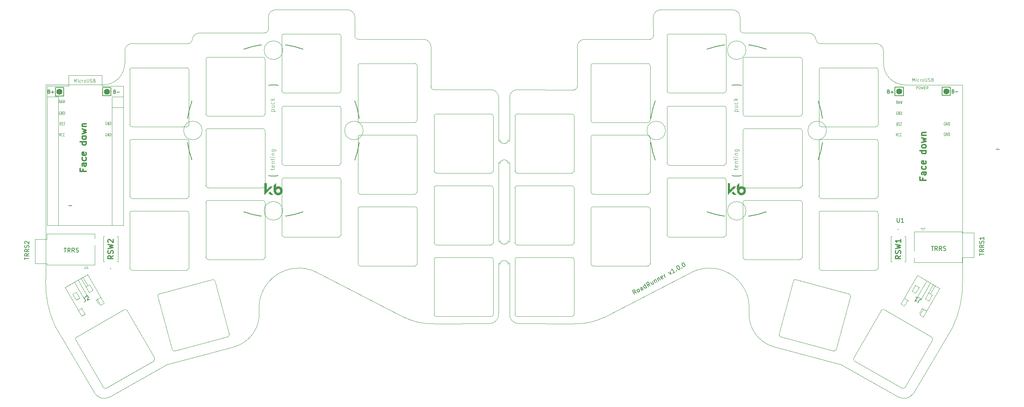
<source format=gbr>
%TF.GenerationSoftware,KiCad,Pcbnew,(6.0.6)*%
%TF.CreationDate,2022-12-06T20:45:46-06:00*%
%TF.ProjectId,roadrunner,726f6164-7275-46e6-9e65-722e6b696361,rev?*%
%TF.SameCoordinates,Original*%
%TF.FileFunction,Legend,Top*%
%TF.FilePolarity,Positive*%
%FSLAX46Y46*%
G04 Gerber Fmt 4.6, Leading zero omitted, Abs format (unit mm)*
G04 Created by KiCad (PCBNEW (6.0.6)) date 2022-12-06 20:45:46*
%MOMM*%
%LPD*%
G01*
G04 APERTURE LIST*
%ADD10C,0.150000*%
%TA.AperFunction,Profile*%
%ADD11C,0.050000*%
%TD*%
%TA.AperFunction,Profile*%
%ADD12C,0.100000*%
%TD*%
%ADD13C,0.300000*%
%ADD14C,0.120000*%
%ADD15C,0.100000*%
%ADD16C,0.254000*%
%ADD17C,0.125000*%
%ADD18C,0.200000*%
%ADD19C,0.010000*%
%ADD20C,1.397000*%
G04 APERTURE END LIST*
D10*
X182950884Y-95794579D02*
X182428483Y-95539696D01*
X182451102Y-96071613D02*
X181966292Y-95196993D01*
X182299480Y-95012304D01*
X182405864Y-95007780D01*
X182470598Y-95026342D01*
X182558419Y-95086553D01*
X182627678Y-95211499D01*
X182632202Y-95317882D01*
X182613639Y-95382617D01*
X182553428Y-95470438D01*
X182220240Y-95655127D01*
X183450667Y-95517545D02*
X183344284Y-95522068D01*
X183279549Y-95503506D01*
X183191728Y-95443295D01*
X183053211Y-95193404D01*
X183048687Y-95087020D01*
X183067250Y-95022286D01*
X183127461Y-94934465D01*
X183252406Y-94865206D01*
X183358790Y-94860682D01*
X183423524Y-94879245D01*
X183511345Y-94939456D01*
X183649862Y-95189347D01*
X183654386Y-95295730D01*
X183635824Y-95360465D01*
X183575613Y-95448286D01*
X183450667Y-95517545D01*
X184491881Y-94940390D02*
X184237933Y-94482256D01*
X184150112Y-94422045D01*
X184043729Y-94426569D01*
X183877135Y-94518914D01*
X183816924Y-94606735D01*
X184468795Y-94898742D02*
X184408584Y-94986563D01*
X184200341Y-95101993D01*
X184093958Y-95106517D01*
X184006137Y-95046306D01*
X183959964Y-94963009D01*
X183955441Y-94856626D01*
X184015652Y-94768805D01*
X184223894Y-94653374D01*
X184284105Y-94565553D01*
X185283203Y-94501753D02*
X184798394Y-93627133D01*
X185260117Y-94460104D02*
X185199906Y-94547925D01*
X185033312Y-94640270D01*
X184926929Y-94644794D01*
X184862194Y-94626231D01*
X184774373Y-94566020D01*
X184635856Y-94316129D01*
X184631332Y-94209746D01*
X184649895Y-94145011D01*
X184710106Y-94057190D01*
X184876700Y-93964846D01*
X184983083Y-93960322D01*
X186199472Y-93993857D02*
X185677070Y-93738975D01*
X185699689Y-94270891D02*
X185214879Y-93396272D01*
X185548068Y-93211582D01*
X185654451Y-93207058D01*
X185719186Y-93225621D01*
X185807007Y-93285832D01*
X185876265Y-93410777D01*
X185880789Y-93517161D01*
X185862227Y-93581895D01*
X185802016Y-93669716D01*
X185468827Y-93854406D01*
X186625939Y-92995226D02*
X186949146Y-93578306D01*
X186251102Y-93203002D02*
X186505050Y-93661136D01*
X186592871Y-93721347D01*
X186699254Y-93716823D01*
X186824200Y-93647565D01*
X186884411Y-93559744D01*
X186902973Y-93495009D01*
X187042425Y-92764365D02*
X187365631Y-93347444D01*
X187088597Y-92847662D02*
X187107160Y-92782927D01*
X187167371Y-92695106D01*
X187292316Y-92625848D01*
X187398700Y-92621324D01*
X187486520Y-92681535D01*
X187740468Y-93139669D01*
X187833748Y-92325727D02*
X188156954Y-92908807D01*
X187879920Y-92409024D02*
X187898482Y-92344290D01*
X187958693Y-92256469D01*
X188083639Y-92187210D01*
X188190022Y-92182686D01*
X188277843Y-92242897D01*
X188531791Y-92701032D01*
X189258379Y-92243832D02*
X189198168Y-92331653D01*
X189031574Y-92423997D01*
X188925190Y-92428521D01*
X188837369Y-92368310D01*
X188652680Y-92035122D01*
X188648156Y-91928739D01*
X188708367Y-91840918D01*
X188874961Y-91748573D01*
X188981345Y-91744049D01*
X189069166Y-91804260D01*
X189115338Y-91887557D01*
X188745025Y-92201716D01*
X189697951Y-92054619D02*
X189374744Y-91471539D01*
X189467089Y-91638133D02*
X189462565Y-91531750D01*
X189481127Y-91467015D01*
X189541338Y-91379194D01*
X189624636Y-91333022D01*
X190499255Y-90848212D02*
X191030704Y-91315861D01*
X190915741Y-90617351D01*
X192030270Y-90761793D02*
X191530487Y-91038827D01*
X191780378Y-90900310D02*
X191295569Y-90025690D01*
X191281530Y-90196808D01*
X191244405Y-90326278D01*
X191184195Y-90414099D01*
X192358934Y-90470720D02*
X192423669Y-90489283D01*
X192405107Y-90554018D01*
X192340372Y-90535455D01*
X192358934Y-90470720D01*
X192405107Y-90554018D01*
X192503377Y-89356191D02*
X192586674Y-89310019D01*
X192693057Y-89305495D01*
X192757792Y-89324058D01*
X192845613Y-89384269D01*
X192979606Y-89527777D01*
X193095037Y-89736019D01*
X193145733Y-89925700D01*
X193150257Y-90032083D01*
X193131695Y-90096818D01*
X193071484Y-90184639D01*
X192988187Y-90230811D01*
X192881803Y-90235335D01*
X192817069Y-90216772D01*
X192729248Y-90156562D01*
X192595254Y-90013053D01*
X192479824Y-89804811D01*
X192429127Y-89615130D01*
X192424604Y-89508747D01*
X192443166Y-89444012D01*
X192503377Y-89356191D01*
X193608391Y-89778135D02*
X193673126Y-89796698D01*
X193654564Y-89861432D01*
X193589829Y-89842870D01*
X193608391Y-89778135D01*
X193654564Y-89861432D01*
X193752834Y-88663606D02*
X193836131Y-88617434D01*
X193942514Y-88612910D01*
X194007249Y-88631472D01*
X194095070Y-88691683D01*
X194229063Y-88835191D01*
X194344494Y-89043434D01*
X194395190Y-89233115D01*
X194399714Y-89339498D01*
X194381151Y-89404233D01*
X194320940Y-89492054D01*
X194237643Y-89538226D01*
X194131260Y-89542750D01*
X194066525Y-89524187D01*
X193978704Y-89463976D01*
X193844711Y-89320468D01*
X193729280Y-89112226D01*
X193678584Y-88922545D01*
X193674060Y-88816162D01*
X193692623Y-88751427D01*
X193752834Y-88663606D01*
D11*
X150611500Y-64798000D02*
X150222000Y-64798000D01*
D12*
X241367578Y-38328123D02*
X241388045Y-41395419D01*
X231322000Y-112706000D02*
X215352000Y-108516000D01*
X186138747Y-35580174D02*
G75*
G03*
X186908747Y-34743691I-16547J787874D01*
G01*
X209541976Y-100305999D02*
G75*
G03*
X215352000Y-108516000I8093824J-433001D01*
G01*
X225425522Y-35841152D02*
G75*
G03*
X226262000Y-36596000I833778J83052D01*
G01*
X168888600Y-46747500D02*
X168857152Y-37466000D01*
X244952000Y-120456000D02*
X231322000Y-112706000D01*
X134990000Y-103040000D02*
X148180000Y-103020000D01*
X97606622Y-28585523D02*
X114514848Y-28586476D01*
D11*
X241388099Y-41395418D02*
G75*
G03*
X246505730Y-46396000I5059101J58518D01*
G01*
D12*
X97606621Y-28585544D02*
G75*
G03*
X95726622Y-30325523I-56621J-1824456D01*
G01*
X168118601Y-47584025D02*
G75*
G03*
X168888600Y-46747500I-16601J787925D01*
G01*
X208255905Y-34084254D02*
X223545524Y-34101152D01*
D11*
X43042001Y-92484000D02*
G75*
G03*
X45410000Y-103940000I24422759J-924460D01*
G01*
X152516499Y-64798001D02*
G75*
G03*
X150611501Y-64798000I-952499J-380999D01*
G01*
X56626270Y-46390005D02*
G75*
G03*
X61743955Y-41389419I58550J5059135D01*
G01*
D12*
X76870000Y-36589998D02*
G75*
G03*
X77706476Y-35835152I2700J837898D01*
G01*
X152861397Y-49422011D02*
X152856055Y-51234702D01*
D11*
X257722001Y-103946000D02*
G75*
G03*
X260090000Y-92490000I-22054761J10531540D01*
G01*
D12*
X116223260Y-34737691D02*
G75*
G03*
X116993253Y-35574167I786540J-48609D01*
G01*
D11*
X56626270Y-46390000D02*
X43056000Y-46390000D01*
D12*
X87780000Y-108510000D02*
X71810000Y-112700000D01*
X168142000Y-103045995D02*
G75*
G03*
X175042000Y-101616000I685800J14052795D01*
G01*
X63644421Y-36582144D02*
G75*
G03*
X61764422Y-38322123I-56621J-1824456D01*
G01*
X79586478Y-34095099D02*
G75*
G03*
X77706476Y-35835152I-56578J-1824501D01*
G01*
X134274827Y-37460000D02*
G75*
G03*
X132534848Y-35596476I-1824427J40600D01*
G01*
X79586476Y-34095152D02*
X94876095Y-34078254D01*
D11*
X152894493Y-100501022D02*
X152910000Y-88680000D01*
X248372000Y-119676000D02*
X257722000Y-103946000D01*
X152770500Y-88674000D02*
X152516500Y-88674000D01*
D12*
X134243449Y-46741503D02*
G75*
G03*
X135013400Y-47577976I786551J-48597D01*
G01*
X128090000Y-101610000D02*
X106780000Y-90650000D01*
X94876096Y-34078245D02*
G75*
G03*
X95712571Y-33308254I48604J786545D01*
G01*
X134274848Y-37460000D02*
X134243400Y-46741500D01*
X225425471Y-35841154D02*
G75*
G03*
X223545524Y-34101152I-1823371J-84446D01*
G01*
D11*
X152834000Y-59718000D02*
X152516500Y-59718000D01*
D12*
X150270519Y-49416009D02*
G75*
G03*
X148530603Y-47552487I-1824419J40609D01*
G01*
D11*
X152910000Y-59724000D02*
X152856055Y-51234702D01*
D12*
X186908747Y-34743691D02*
X186877152Y-30472476D01*
D11*
X152910000Y-88680000D02*
X152770500Y-88674000D01*
D12*
X207405378Y-30331523D02*
X207419429Y-33314254D01*
X207405399Y-30331522D02*
G75*
G03*
X205525378Y-28591523I-1823399J-84478D01*
G01*
D11*
X152910000Y-59724000D02*
X152834000Y-59718000D01*
X150611500Y-88674000D02*
X150222000Y-88674000D01*
X152834000Y-64798000D02*
X152516500Y-64798000D01*
D12*
X148180000Y-103019994D02*
G75*
G03*
X150237507Y-100495022I-66900J2155294D01*
G01*
X244952000Y-120456000D02*
G75*
G03*
X248372000Y-119676000I1262800J2350800D01*
G01*
X170597151Y-35602455D02*
G75*
G03*
X168857152Y-37466000I84449J-1822945D01*
G01*
X188617154Y-28592529D02*
G75*
G03*
X186877152Y-30472476I84446J-1823371D01*
G01*
D11*
X260076000Y-46396000D02*
X246505730Y-46396000D01*
D12*
X76870000Y-36590000D02*
X63644422Y-36582123D01*
X154601397Y-47558487D02*
X168118600Y-47583976D01*
D11*
X150222000Y-64798000D02*
X150222000Y-83594000D01*
D12*
X54760000Y-119670000D02*
G75*
G03*
X58180000Y-120450000I2157200J1570800D01*
G01*
X209542081Y-100306009D02*
G75*
G03*
X196352000Y-90656000I-9397181J994909D01*
G01*
D11*
X150611501Y-83593999D02*
G75*
G03*
X152516499Y-83594000I952499J380999D01*
G01*
X150275945Y-51228702D02*
X150222000Y-59718000D01*
D12*
X239487578Y-36588123D02*
X226262000Y-36596000D01*
X116254901Y-30466478D02*
G75*
G03*
X114514848Y-28586476I-1824501J56578D01*
G01*
D11*
X150222000Y-88674000D02*
X150237507Y-100495022D01*
X150611501Y-59717999D02*
G75*
G03*
X152516499Y-59718000I952499J380999D01*
G01*
X152910000Y-83600000D02*
X152910000Y-64804000D01*
X43056000Y-46390000D02*
X43042000Y-92484000D01*
D12*
X116993253Y-35574167D02*
X132534848Y-35596476D01*
X106780002Y-90649995D02*
G75*
G03*
X93590000Y-100300000I-3792862J-8655075D01*
G01*
D11*
X150611500Y-83594000D02*
X150222000Y-83594000D01*
D12*
X188617152Y-28592476D02*
X205525378Y-28591523D01*
X61743955Y-41389419D02*
X61764422Y-38322123D01*
X241367599Y-38328122D02*
G75*
G03*
X239487578Y-36588123I-1823399J-84478D01*
G01*
D11*
X152910000Y-64804000D02*
X152834000Y-64798000D01*
D12*
X154952000Y-103026000D02*
X168142000Y-103046000D01*
D11*
X260090000Y-92490000D02*
X260076000Y-46396000D01*
D12*
X154601393Y-47558403D02*
G75*
G03*
X152861397Y-49422011I84507J-1822997D01*
G01*
X116254848Y-30466476D02*
X116223253Y-34737691D01*
X135013400Y-47577976D02*
X148530603Y-47552487D01*
X207419420Y-33314254D02*
G75*
G03*
X208255905Y-34084254I787880J16554D01*
G01*
X150275945Y-51228702D02*
X150270603Y-49416011D01*
X87779993Y-108509977D02*
G75*
G03*
X93590000Y-100300000I-2283793J7776977D01*
G01*
X196352000Y-90656000D02*
X175042000Y-101616000D01*
D11*
X152834000Y-83594000D02*
X152516500Y-83594000D01*
D12*
X128090007Y-101609986D02*
G75*
G03*
X134990000Y-103040000I6214193J12622586D01*
G01*
D11*
X45410000Y-103940000D02*
X54760000Y-119670000D01*
D12*
X95712571Y-33308254D02*
X95726622Y-30325523D01*
X71810000Y-112700000D02*
X58180000Y-120450000D01*
D11*
X152516499Y-88674001D02*
G75*
G03*
X150611501Y-88674000I-952499J-380999D01*
G01*
X150611500Y-59718000D02*
X150222000Y-59718000D01*
X152910000Y-83600000D02*
X152834000Y-83594000D01*
D12*
X170597152Y-35602476D02*
X186138747Y-35580167D01*
X152894487Y-100501021D02*
G75*
G03*
X154952000Y-103026000I2124413J-369679D01*
G01*
D13*
X51879857Y-66432857D02*
X51879857Y-66932857D01*
X52665571Y-66932857D02*
X51165571Y-66932857D01*
X51165571Y-66218571D01*
X52665571Y-65004285D02*
X51879857Y-65004285D01*
X51737000Y-65075714D01*
X51665571Y-65218571D01*
X51665571Y-65504285D01*
X51737000Y-65647142D01*
X52594142Y-65004285D02*
X52665571Y-65147142D01*
X52665571Y-65504285D01*
X52594142Y-65647142D01*
X52451285Y-65718571D01*
X52308428Y-65718571D01*
X52165571Y-65647142D01*
X52094142Y-65504285D01*
X52094142Y-65147142D01*
X52022714Y-65004285D01*
X52594142Y-63647142D02*
X52665571Y-63790000D01*
X52665571Y-64075714D01*
X52594142Y-64218571D01*
X52522714Y-64290000D01*
X52379857Y-64361428D01*
X51951285Y-64361428D01*
X51808428Y-64290000D01*
X51737000Y-64218571D01*
X51665571Y-64075714D01*
X51665571Y-63790000D01*
X51737000Y-63647142D01*
X52594142Y-62432857D02*
X52665571Y-62575714D01*
X52665571Y-62861428D01*
X52594142Y-63004285D01*
X52451285Y-63075714D01*
X51879857Y-63075714D01*
X51737000Y-63004285D01*
X51665571Y-62861428D01*
X51665571Y-62575714D01*
X51737000Y-62432857D01*
X51879857Y-62361428D01*
X52022714Y-62361428D01*
X52165571Y-63075714D01*
X52665571Y-59932857D02*
X51165571Y-59932857D01*
X52594142Y-59932857D02*
X52665571Y-60075714D01*
X52665571Y-60361428D01*
X52594142Y-60504285D01*
X52522714Y-60575714D01*
X52379857Y-60647142D01*
X51951285Y-60647142D01*
X51808428Y-60575714D01*
X51737000Y-60504285D01*
X51665571Y-60361428D01*
X51665571Y-60075714D01*
X51737000Y-59932857D01*
X52665571Y-59004285D02*
X52594142Y-59147142D01*
X52522714Y-59218571D01*
X52379857Y-59290000D01*
X51951285Y-59290000D01*
X51808428Y-59218571D01*
X51737000Y-59147142D01*
X51665571Y-59004285D01*
X51665571Y-58790000D01*
X51737000Y-58647142D01*
X51808428Y-58575714D01*
X51951285Y-58504285D01*
X52379857Y-58504285D01*
X52522714Y-58575714D01*
X52594142Y-58647142D01*
X52665571Y-58790000D01*
X52665571Y-59004285D01*
X51665571Y-58004285D02*
X52665571Y-57718571D01*
X51951285Y-57432857D01*
X52665571Y-57147142D01*
X51665571Y-56861428D01*
X51665571Y-56290000D02*
X52665571Y-56290000D01*
X51808428Y-56290000D02*
X51737000Y-56218571D01*
X51665571Y-56075714D01*
X51665571Y-55861428D01*
X51737000Y-55718571D01*
X51879857Y-55647142D01*
X52665571Y-55647142D01*
D10*
X242591904Y-47982857D02*
X242706190Y-48020952D01*
X242744285Y-48059047D01*
X242782380Y-48135238D01*
X242782380Y-48249523D01*
X242744285Y-48325714D01*
X242706190Y-48363809D01*
X242630000Y-48401904D01*
X242325238Y-48401904D01*
X242325238Y-47601904D01*
X242591904Y-47601904D01*
X242668095Y-47640000D01*
X242706190Y-47678095D01*
X242744285Y-47754285D01*
X242744285Y-47830476D01*
X242706190Y-47906666D01*
X242668095Y-47944761D01*
X242591904Y-47982857D01*
X242325238Y-47982857D01*
X243125238Y-48097142D02*
X243734761Y-48097142D01*
X243430000Y-48401904D02*
X243430000Y-47792380D01*
D14*
X249112685Y-47362228D02*
X249112685Y-46762228D01*
X249341257Y-46762228D01*
X249398400Y-46790800D01*
X249426971Y-46819371D01*
X249455542Y-46876514D01*
X249455542Y-46962228D01*
X249426971Y-47019371D01*
X249398400Y-47047942D01*
X249341257Y-47076514D01*
X249112685Y-47076514D01*
X249826971Y-46762228D02*
X249941257Y-46762228D01*
X249998400Y-46790800D01*
X250055542Y-46847942D01*
X250084114Y-46962228D01*
X250084114Y-47162228D01*
X250055542Y-47276514D01*
X249998400Y-47333657D01*
X249941257Y-47362228D01*
X249826971Y-47362228D01*
X249769828Y-47333657D01*
X249712685Y-47276514D01*
X249684114Y-47162228D01*
X249684114Y-46962228D01*
X249712685Y-46847942D01*
X249769828Y-46790800D01*
X249826971Y-46762228D01*
X250284114Y-46762228D02*
X250426971Y-47362228D01*
X250541257Y-46933657D01*
X250655542Y-47362228D01*
X250798400Y-46762228D01*
X251026971Y-47047942D02*
X251226971Y-47047942D01*
X251312685Y-47362228D02*
X251026971Y-47362228D01*
X251026971Y-46762228D01*
X251312685Y-46762228D01*
X251912685Y-47362228D02*
X251712685Y-47076514D01*
X251569828Y-47362228D02*
X251569828Y-46762228D01*
X251798400Y-46762228D01*
X251855542Y-46790800D01*
X251884114Y-46819371D01*
X251912685Y-46876514D01*
X251912685Y-46962228D01*
X251884114Y-47019371D01*
X251855542Y-47047942D01*
X251798400Y-47076514D01*
X251569828Y-47076514D01*
D10*
X257861904Y-47922857D02*
X257976190Y-47960952D01*
X258014285Y-47999047D01*
X258052380Y-48075238D01*
X258052380Y-48189523D01*
X258014285Y-48265714D01*
X257976190Y-48303809D01*
X257900000Y-48341904D01*
X257595238Y-48341904D01*
X257595238Y-47541904D01*
X257861904Y-47541904D01*
X257938095Y-47580000D01*
X257976190Y-47618095D01*
X258014285Y-47694285D01*
X258014285Y-47770476D01*
X257976190Y-47846666D01*
X257938095Y-47884761D01*
X257861904Y-47922857D01*
X257595238Y-47922857D01*
X258395238Y-48037142D02*
X259004761Y-48037142D01*
X43871904Y-47982857D02*
X43986190Y-48020952D01*
X44024285Y-48059047D01*
X44062380Y-48135238D01*
X44062380Y-48249523D01*
X44024285Y-48325714D01*
X43986190Y-48363809D01*
X43910000Y-48401904D01*
X43605238Y-48401904D01*
X43605238Y-47601904D01*
X43871904Y-47601904D01*
X43948095Y-47640000D01*
X43986190Y-47678095D01*
X44024285Y-47754285D01*
X44024285Y-47830476D01*
X43986190Y-47906666D01*
X43948095Y-47944761D01*
X43871904Y-47982857D01*
X43605238Y-47982857D01*
X44405238Y-48097142D02*
X45014761Y-48097142D01*
X44710000Y-48401904D02*
X44710000Y-47792380D01*
X59401904Y-48042857D02*
X59516190Y-48080952D01*
X59554285Y-48119047D01*
X59592380Y-48195238D01*
X59592380Y-48309523D01*
X59554285Y-48385714D01*
X59516190Y-48423809D01*
X59440000Y-48461904D01*
X59135238Y-48461904D01*
X59135238Y-47661904D01*
X59401904Y-47661904D01*
X59478095Y-47700000D01*
X59516190Y-47738095D01*
X59554285Y-47814285D01*
X59554285Y-47890476D01*
X59516190Y-47966666D01*
X59478095Y-48004761D01*
X59401904Y-48042857D01*
X59135238Y-48042857D01*
X59935238Y-48157142D02*
X60544761Y-48157142D01*
D13*
X250674857Y-68512857D02*
X250674857Y-69012857D01*
X251460571Y-69012857D02*
X249960571Y-69012857D01*
X249960571Y-68298571D01*
X251460571Y-67084285D02*
X250674857Y-67084285D01*
X250532000Y-67155714D01*
X250460571Y-67298571D01*
X250460571Y-67584285D01*
X250532000Y-67727142D01*
X251389142Y-67084285D02*
X251460571Y-67227142D01*
X251460571Y-67584285D01*
X251389142Y-67727142D01*
X251246285Y-67798571D01*
X251103428Y-67798571D01*
X250960571Y-67727142D01*
X250889142Y-67584285D01*
X250889142Y-67227142D01*
X250817714Y-67084285D01*
X251389142Y-65727142D02*
X251460571Y-65870000D01*
X251460571Y-66155714D01*
X251389142Y-66298571D01*
X251317714Y-66370000D01*
X251174857Y-66441428D01*
X250746285Y-66441428D01*
X250603428Y-66370000D01*
X250532000Y-66298571D01*
X250460571Y-66155714D01*
X250460571Y-65870000D01*
X250532000Y-65727142D01*
X251389142Y-64512857D02*
X251460571Y-64655714D01*
X251460571Y-64941428D01*
X251389142Y-65084285D01*
X251246285Y-65155714D01*
X250674857Y-65155714D01*
X250532000Y-65084285D01*
X250460571Y-64941428D01*
X250460571Y-64655714D01*
X250532000Y-64512857D01*
X250674857Y-64441428D01*
X250817714Y-64441428D01*
X250960571Y-65155714D01*
X251460571Y-62012857D02*
X249960571Y-62012857D01*
X251389142Y-62012857D02*
X251460571Y-62155714D01*
X251460571Y-62441428D01*
X251389142Y-62584285D01*
X251317714Y-62655714D01*
X251174857Y-62727142D01*
X250746285Y-62727142D01*
X250603428Y-62655714D01*
X250532000Y-62584285D01*
X250460571Y-62441428D01*
X250460571Y-62155714D01*
X250532000Y-62012857D01*
X251460571Y-61084285D02*
X251389142Y-61227142D01*
X251317714Y-61298571D01*
X251174857Y-61370000D01*
X250746285Y-61370000D01*
X250603428Y-61298571D01*
X250532000Y-61227142D01*
X250460571Y-61084285D01*
X250460571Y-60870000D01*
X250532000Y-60727142D01*
X250603428Y-60655714D01*
X250746285Y-60584285D01*
X251174857Y-60584285D01*
X251317714Y-60655714D01*
X251389142Y-60727142D01*
X251460571Y-60870000D01*
X251460571Y-61084285D01*
X250460571Y-60084285D02*
X251460571Y-59798571D01*
X250746285Y-59512857D01*
X251460571Y-59227142D01*
X250460571Y-58941428D01*
X250460571Y-58370000D02*
X251460571Y-58370000D01*
X250603428Y-58370000D02*
X250532000Y-58298571D01*
X250460571Y-58155714D01*
X250460571Y-57941428D01*
X250532000Y-57798571D01*
X250674857Y-57727142D01*
X251460571Y-57727142D01*
D15*
%TO.C,REF_PUCK_R*%
X96549214Y-66590000D02*
X96549214Y-66209047D01*
X96215880Y-66447142D02*
X97073023Y-66447142D01*
X97168261Y-66399523D01*
X97215880Y-66304285D01*
X97215880Y-66209047D01*
X97168261Y-65494761D02*
X97215880Y-65590000D01*
X97215880Y-65780476D01*
X97168261Y-65875714D01*
X97073023Y-65923333D01*
X96692071Y-65923333D01*
X96596833Y-65875714D01*
X96549214Y-65780476D01*
X96549214Y-65590000D01*
X96596833Y-65494761D01*
X96692071Y-65447142D01*
X96787309Y-65447142D01*
X96882547Y-65923333D01*
X96549214Y-65018571D02*
X97215880Y-65018571D01*
X96644452Y-65018571D02*
X96596833Y-64970952D01*
X96549214Y-64875714D01*
X96549214Y-64732857D01*
X96596833Y-64637619D01*
X96692071Y-64590000D01*
X97215880Y-64590000D01*
X96549214Y-64256666D02*
X96549214Y-63875714D01*
X96215880Y-64113809D02*
X97073023Y-64113809D01*
X97168261Y-64066190D01*
X97215880Y-63970952D01*
X97215880Y-63875714D01*
X97215880Y-63542380D02*
X96549214Y-63542380D01*
X96215880Y-63542380D02*
X96263500Y-63590000D01*
X96311119Y-63542380D01*
X96263500Y-63494761D01*
X96215880Y-63542380D01*
X96311119Y-63542380D01*
X96549214Y-63066190D02*
X97215880Y-63066190D01*
X96644452Y-63066190D02*
X96596833Y-63018571D01*
X96549214Y-62923333D01*
X96549214Y-62780476D01*
X96596833Y-62685238D01*
X96692071Y-62637619D01*
X97215880Y-62637619D01*
X96549214Y-61732857D02*
X97358738Y-61732857D01*
X97453976Y-61780476D01*
X97501595Y-61828095D01*
X97549214Y-61923333D01*
X97549214Y-62066190D01*
X97501595Y-62161428D01*
X97168261Y-61732857D02*
X97215880Y-61828095D01*
X97215880Y-62018571D01*
X97168261Y-62113809D01*
X97120642Y-62161428D01*
X97025404Y-62209047D01*
X96739690Y-62209047D01*
X96644452Y-62161428D01*
X96596833Y-62113809D01*
X96549214Y-62018571D01*
X96549214Y-61828095D01*
X96596833Y-61732857D01*
X96485714Y-52699500D02*
X97485714Y-52699500D01*
X96533333Y-52699500D02*
X96485714Y-52604261D01*
X96485714Y-52413785D01*
X96533333Y-52318547D01*
X96580952Y-52270928D01*
X96676190Y-52223309D01*
X96961904Y-52223309D01*
X97057142Y-52270928D01*
X97104761Y-52318547D01*
X97152380Y-52413785D01*
X97152380Y-52604261D01*
X97104761Y-52699500D01*
X96485714Y-51366166D02*
X97152380Y-51366166D01*
X96485714Y-51794738D02*
X97009523Y-51794738D01*
X97104761Y-51747119D01*
X97152380Y-51651880D01*
X97152380Y-51509023D01*
X97104761Y-51413785D01*
X97057142Y-51366166D01*
X97104761Y-50461404D02*
X97152380Y-50556642D01*
X97152380Y-50747119D01*
X97104761Y-50842357D01*
X97057142Y-50889976D01*
X96961904Y-50937595D01*
X96676190Y-50937595D01*
X96580952Y-50889976D01*
X96533333Y-50842357D01*
X96485714Y-50747119D01*
X96485714Y-50556642D01*
X96533333Y-50461404D01*
X97152380Y-50032833D02*
X96152380Y-50032833D01*
X96771428Y-49937595D02*
X97152380Y-49651880D01*
X96485714Y-49651880D02*
X96866666Y-50032833D01*
D10*
%TO.C,J2*%
X52087515Y-96832414D02*
X52444658Y-97451004D01*
X52474847Y-97598531D01*
X52439987Y-97728629D01*
X52340079Y-97841297D01*
X52257600Y-97888916D01*
X52506288Y-96700607D02*
X52523717Y-96635558D01*
X52582387Y-96546700D01*
X52788583Y-96427652D01*
X52894871Y-96421273D01*
X52959920Y-96438702D01*
X53048778Y-96497371D01*
X53096397Y-96579850D01*
X53126587Y-96727377D01*
X52917429Y-97507963D01*
X53453540Y-97198440D01*
D15*
%TO.C,e*%
X206149714Y-52699500D02*
X207149714Y-52699500D01*
X206197333Y-52699500D02*
X206149714Y-52604261D01*
X206149714Y-52413785D01*
X206197333Y-52318547D01*
X206244952Y-52270928D01*
X206340190Y-52223309D01*
X206625904Y-52223309D01*
X206721142Y-52270928D01*
X206768761Y-52318547D01*
X206816380Y-52413785D01*
X206816380Y-52604261D01*
X206768761Y-52699500D01*
X206149714Y-51366166D02*
X206816380Y-51366166D01*
X206149714Y-51794738D02*
X206673523Y-51794738D01*
X206768761Y-51747119D01*
X206816380Y-51651880D01*
X206816380Y-51509023D01*
X206768761Y-51413785D01*
X206721142Y-51366166D01*
X206768761Y-50461404D02*
X206816380Y-50556642D01*
X206816380Y-50747119D01*
X206768761Y-50842357D01*
X206721142Y-50889976D01*
X206625904Y-50937595D01*
X206340190Y-50937595D01*
X206244952Y-50889976D01*
X206197333Y-50842357D01*
X206149714Y-50747119D01*
X206149714Y-50556642D01*
X206197333Y-50461404D01*
X206816380Y-50032833D02*
X205816380Y-50032833D01*
X206435428Y-49937595D02*
X206816380Y-49651880D01*
X206149714Y-49651880D02*
X206530666Y-50032833D01*
X206213214Y-66590000D02*
X206213214Y-66209047D01*
X205879880Y-66447142D02*
X206737023Y-66447142D01*
X206832261Y-66399523D01*
X206879880Y-66304285D01*
X206879880Y-66209047D01*
X206832261Y-65494761D02*
X206879880Y-65590000D01*
X206879880Y-65780476D01*
X206832261Y-65875714D01*
X206737023Y-65923333D01*
X206356071Y-65923333D01*
X206260833Y-65875714D01*
X206213214Y-65780476D01*
X206213214Y-65590000D01*
X206260833Y-65494761D01*
X206356071Y-65447142D01*
X206451309Y-65447142D01*
X206546547Y-65923333D01*
X206213214Y-65018571D02*
X206879880Y-65018571D01*
X206308452Y-65018571D02*
X206260833Y-64970952D01*
X206213214Y-64875714D01*
X206213214Y-64732857D01*
X206260833Y-64637619D01*
X206356071Y-64590000D01*
X206879880Y-64590000D01*
X206213214Y-64256666D02*
X206213214Y-63875714D01*
X205879880Y-64113809D02*
X206737023Y-64113809D01*
X206832261Y-64066190D01*
X206879880Y-63970952D01*
X206879880Y-63875714D01*
X206879880Y-63542380D02*
X206213214Y-63542380D01*
X205879880Y-63542380D02*
X205927500Y-63590000D01*
X205975119Y-63542380D01*
X205927500Y-63494761D01*
X205879880Y-63542380D01*
X205975119Y-63542380D01*
X206213214Y-63066190D02*
X206879880Y-63066190D01*
X206308452Y-63066190D02*
X206260833Y-63018571D01*
X206213214Y-62923333D01*
X206213214Y-62780476D01*
X206260833Y-62685238D01*
X206356071Y-62637619D01*
X206879880Y-62637619D01*
X206213214Y-61732857D02*
X207022738Y-61732857D01*
X207117976Y-61780476D01*
X207165595Y-61828095D01*
X207213214Y-61923333D01*
X207213214Y-62066190D01*
X207165595Y-62161428D01*
X206832261Y-61732857D02*
X206879880Y-61828095D01*
X206879880Y-62018571D01*
X206832261Y-62113809D01*
X206784642Y-62161428D01*
X206689404Y-62209047D01*
X206403690Y-62209047D01*
X206308452Y-62161428D01*
X206260833Y-62113809D01*
X206213214Y-62018571D01*
X206213214Y-61828095D01*
X206260833Y-61732857D01*
D10*
%TO.C,J1*%
X249464865Y-98080918D02*
X249822008Y-97462329D01*
X249934676Y-97362420D01*
X250064774Y-97327561D01*
X250212301Y-97357750D01*
X250294780Y-97405369D01*
X249098840Y-96714893D02*
X249593711Y-97000607D01*
X249346276Y-96857750D02*
X248846276Y-97723775D01*
X249000183Y-97647676D01*
X249130280Y-97612817D01*
X249236569Y-97619197D01*
%TO.C,TRRS1*%
X264122380Y-86885595D02*
X264122380Y-86314166D01*
X265122380Y-86599880D02*
X264122380Y-86599880D01*
X265122380Y-85409404D02*
X264646190Y-85742738D01*
X265122380Y-85980833D02*
X264122380Y-85980833D01*
X264122380Y-85599880D01*
X264170000Y-85504642D01*
X264217619Y-85457023D01*
X264312857Y-85409404D01*
X264455714Y-85409404D01*
X264550952Y-85457023D01*
X264598571Y-85504642D01*
X264646190Y-85599880D01*
X264646190Y-85980833D01*
X265122380Y-84409404D02*
X264646190Y-84742738D01*
X265122380Y-84980833D02*
X264122380Y-84980833D01*
X264122380Y-84599880D01*
X264170000Y-84504642D01*
X264217619Y-84457023D01*
X264312857Y-84409404D01*
X264455714Y-84409404D01*
X264550952Y-84457023D01*
X264598571Y-84504642D01*
X264646190Y-84599880D01*
X264646190Y-84980833D01*
X265074761Y-84028452D02*
X265122380Y-83885595D01*
X265122380Y-83647500D01*
X265074761Y-83552261D01*
X265027142Y-83504642D01*
X264931904Y-83457023D01*
X264836666Y-83457023D01*
X264741428Y-83504642D01*
X264693809Y-83552261D01*
X264646190Y-83647500D01*
X264598571Y-83837976D01*
X264550952Y-83933214D01*
X264503333Y-83980833D01*
X264408095Y-84028452D01*
X264312857Y-84028452D01*
X264217619Y-83980833D01*
X264170000Y-83933214D01*
X264122380Y-83837976D01*
X264122380Y-83599880D01*
X264170000Y-83457023D01*
X265122380Y-82504642D02*
X265122380Y-83076071D01*
X265122380Y-82790357D02*
X264122380Y-82790357D01*
X264265238Y-82885595D01*
X264360476Y-82980833D01*
X264408095Y-83076071D01*
X252688095Y-84692380D02*
X253259523Y-84692380D01*
X252973809Y-85692380D02*
X252973809Y-84692380D01*
X254164285Y-85692380D02*
X253830952Y-85216190D01*
X253592857Y-85692380D02*
X253592857Y-84692380D01*
X253973809Y-84692380D01*
X254069047Y-84740000D01*
X254116666Y-84787619D01*
X254164285Y-84882857D01*
X254164285Y-85025714D01*
X254116666Y-85120952D01*
X254069047Y-85168571D01*
X253973809Y-85216190D01*
X253592857Y-85216190D01*
X255164285Y-85692380D02*
X254830952Y-85216190D01*
X254592857Y-85692380D02*
X254592857Y-84692380D01*
X254973809Y-84692380D01*
X255069047Y-84740000D01*
X255116666Y-84787619D01*
X255164285Y-84882857D01*
X255164285Y-85025714D01*
X255116666Y-85120952D01*
X255069047Y-85168571D01*
X254973809Y-85216190D01*
X254592857Y-85216190D01*
X255545238Y-85644761D02*
X255688095Y-85692380D01*
X255926190Y-85692380D01*
X256021428Y-85644761D01*
X256069047Y-85597142D01*
X256116666Y-85501904D01*
X256116666Y-85406666D01*
X256069047Y-85311428D01*
X256021428Y-85263809D01*
X255926190Y-85216190D01*
X255735714Y-85168571D01*
X255640476Y-85120952D01*
X255592857Y-85073333D01*
X255545238Y-84978095D01*
X255545238Y-84882857D01*
X255592857Y-84787619D01*
X255640476Y-84740000D01*
X255735714Y-84692380D01*
X255973809Y-84692380D01*
X256116666Y-84740000D01*
D16*
%TO.C,RSW1*%
X245430523Y-86886142D02*
X244825761Y-87309476D01*
X245430523Y-87611857D02*
X244160523Y-87611857D01*
X244160523Y-87128047D01*
X244221000Y-87007095D01*
X244281476Y-86946619D01*
X244402428Y-86886142D01*
X244583857Y-86886142D01*
X244704809Y-86946619D01*
X244765285Y-87007095D01*
X244825761Y-87128047D01*
X244825761Y-87611857D01*
X245370047Y-86402333D02*
X245430523Y-86220904D01*
X245430523Y-85918523D01*
X245370047Y-85797571D01*
X245309571Y-85737095D01*
X245188619Y-85676619D01*
X245067666Y-85676619D01*
X244946714Y-85737095D01*
X244886238Y-85797571D01*
X244825761Y-85918523D01*
X244765285Y-86160428D01*
X244704809Y-86281380D01*
X244644333Y-86341857D01*
X244523380Y-86402333D01*
X244402428Y-86402333D01*
X244281476Y-86341857D01*
X244221000Y-86281380D01*
X244160523Y-86160428D01*
X244160523Y-85858047D01*
X244221000Y-85676619D01*
X244160523Y-85253285D02*
X245430523Y-84950904D01*
X244523380Y-84709000D01*
X245430523Y-84467095D01*
X244160523Y-84164714D01*
X245430523Y-83015666D02*
X245430523Y-83741380D01*
X245430523Y-83378523D02*
X244160523Y-83378523D01*
X244341952Y-83499476D01*
X244462904Y-83620428D01*
X244523380Y-83741380D01*
D10*
%TO.C,TRRS2*%
X38082380Y-87870595D02*
X38082380Y-87299166D01*
X39082380Y-87584880D02*
X38082380Y-87584880D01*
X39082380Y-86394404D02*
X38606190Y-86727738D01*
X39082380Y-86965833D02*
X38082380Y-86965833D01*
X38082380Y-86584880D01*
X38130000Y-86489642D01*
X38177619Y-86442023D01*
X38272857Y-86394404D01*
X38415714Y-86394404D01*
X38510952Y-86442023D01*
X38558571Y-86489642D01*
X38606190Y-86584880D01*
X38606190Y-86965833D01*
X39082380Y-85394404D02*
X38606190Y-85727738D01*
X39082380Y-85965833D02*
X38082380Y-85965833D01*
X38082380Y-85584880D01*
X38130000Y-85489642D01*
X38177619Y-85442023D01*
X38272857Y-85394404D01*
X38415714Y-85394404D01*
X38510952Y-85442023D01*
X38558571Y-85489642D01*
X38606190Y-85584880D01*
X38606190Y-85965833D01*
X39034761Y-85013452D02*
X39082380Y-84870595D01*
X39082380Y-84632500D01*
X39034761Y-84537261D01*
X38987142Y-84489642D01*
X38891904Y-84442023D01*
X38796666Y-84442023D01*
X38701428Y-84489642D01*
X38653809Y-84537261D01*
X38606190Y-84632500D01*
X38558571Y-84822976D01*
X38510952Y-84918214D01*
X38463333Y-84965833D01*
X38368095Y-85013452D01*
X38272857Y-85013452D01*
X38177619Y-84965833D01*
X38130000Y-84918214D01*
X38082380Y-84822976D01*
X38082380Y-84584880D01*
X38130000Y-84442023D01*
X38177619Y-84061071D02*
X38130000Y-84013452D01*
X38082380Y-83918214D01*
X38082380Y-83680119D01*
X38130000Y-83584880D01*
X38177619Y-83537261D01*
X38272857Y-83489642D01*
X38368095Y-83489642D01*
X38510952Y-83537261D01*
X39082380Y-84108690D01*
X39082380Y-83489642D01*
X47388095Y-85092380D02*
X47959523Y-85092380D01*
X47673809Y-86092380D02*
X47673809Y-85092380D01*
X48864285Y-86092380D02*
X48530952Y-85616190D01*
X48292857Y-86092380D02*
X48292857Y-85092380D01*
X48673809Y-85092380D01*
X48769047Y-85140000D01*
X48816666Y-85187619D01*
X48864285Y-85282857D01*
X48864285Y-85425714D01*
X48816666Y-85520952D01*
X48769047Y-85568571D01*
X48673809Y-85616190D01*
X48292857Y-85616190D01*
X49864285Y-86092380D02*
X49530952Y-85616190D01*
X49292857Y-86092380D02*
X49292857Y-85092380D01*
X49673809Y-85092380D01*
X49769047Y-85140000D01*
X49816666Y-85187619D01*
X49864285Y-85282857D01*
X49864285Y-85425714D01*
X49816666Y-85520952D01*
X49769047Y-85568571D01*
X49673809Y-85616190D01*
X49292857Y-85616190D01*
X50245238Y-86044761D02*
X50388095Y-86092380D01*
X50626190Y-86092380D01*
X50721428Y-86044761D01*
X50769047Y-85997142D01*
X50816666Y-85901904D01*
X50816666Y-85806666D01*
X50769047Y-85711428D01*
X50721428Y-85663809D01*
X50626190Y-85616190D01*
X50435714Y-85568571D01*
X50340476Y-85520952D01*
X50292857Y-85473333D01*
X50245238Y-85378095D01*
X50245238Y-85282857D01*
X50292857Y-85187619D01*
X50340476Y-85140000D01*
X50435714Y-85092380D01*
X50673809Y-85092380D01*
X50816666Y-85140000D01*
D16*
%TO.C,RSW2*%
X58994523Y-86886142D02*
X58389761Y-87309476D01*
X58994523Y-87611857D02*
X57724523Y-87611857D01*
X57724523Y-87128047D01*
X57785000Y-87007095D01*
X57845476Y-86946619D01*
X57966428Y-86886142D01*
X58147857Y-86886142D01*
X58268809Y-86946619D01*
X58329285Y-87007095D01*
X58389761Y-87128047D01*
X58389761Y-87611857D01*
X58934047Y-86402333D02*
X58994523Y-86220904D01*
X58994523Y-85918523D01*
X58934047Y-85797571D01*
X58873571Y-85737095D01*
X58752619Y-85676619D01*
X58631666Y-85676619D01*
X58510714Y-85737095D01*
X58450238Y-85797571D01*
X58389761Y-85918523D01*
X58329285Y-86160428D01*
X58268809Y-86281380D01*
X58208333Y-86341857D01*
X58087380Y-86402333D01*
X57966428Y-86402333D01*
X57845476Y-86341857D01*
X57785000Y-86281380D01*
X57724523Y-86160428D01*
X57724523Y-85858047D01*
X57785000Y-85676619D01*
X57724523Y-85253285D02*
X58994523Y-84950904D01*
X58087380Y-84709000D01*
X58994523Y-84467095D01*
X57724523Y-84164714D01*
X57845476Y-83741380D02*
X57785000Y-83680904D01*
X57724523Y-83559952D01*
X57724523Y-83257571D01*
X57785000Y-83136619D01*
X57845476Y-83076142D01*
X57966428Y-83015666D01*
X58087380Y-83015666D01*
X58268809Y-83076142D01*
X58994523Y-83801857D01*
X58994523Y-83015666D01*
D17*
%TO.C,U2*%
X46183333Y-57829285D02*
X46350000Y-58579285D01*
X46516666Y-57829285D01*
X46969047Y-58507857D02*
X46945238Y-58543571D01*
X46873809Y-58579285D01*
X46826190Y-58579285D01*
X46754761Y-58543571D01*
X46707142Y-58472142D01*
X46683333Y-58400714D01*
X46659523Y-58257857D01*
X46659523Y-58150714D01*
X46683333Y-58007857D01*
X46707142Y-57936428D01*
X46754761Y-57865000D01*
X46826190Y-57829285D01*
X46873809Y-57829285D01*
X46945238Y-57865000D01*
X46969047Y-57900714D01*
X47469047Y-58507857D02*
X47445238Y-58543571D01*
X47373809Y-58579285D01*
X47326190Y-58579285D01*
X47254761Y-58543571D01*
X47207142Y-58472142D01*
X47183333Y-58400714D01*
X47159523Y-58257857D01*
X47159523Y-58150714D01*
X47183333Y-58007857D01*
X47207142Y-57936428D01*
X47254761Y-57865000D01*
X47326190Y-57829285D01*
X47373809Y-57829285D01*
X47445238Y-57865000D01*
X47469047Y-57900714D01*
X46676190Y-55979285D02*
X46509523Y-55622142D01*
X46390476Y-55979285D02*
X46390476Y-55229285D01*
X46580952Y-55229285D01*
X46628571Y-55265000D01*
X46652380Y-55300714D01*
X46676190Y-55372142D01*
X46676190Y-55479285D01*
X46652380Y-55550714D01*
X46628571Y-55586428D01*
X46580952Y-55622142D01*
X46390476Y-55622142D01*
X46866666Y-55943571D02*
X46938095Y-55979285D01*
X47057142Y-55979285D01*
X47104761Y-55943571D01*
X47128571Y-55907857D01*
X47152380Y-55836428D01*
X47152380Y-55765000D01*
X47128571Y-55693571D01*
X47104761Y-55657857D01*
X47057142Y-55622142D01*
X46961904Y-55586428D01*
X46914285Y-55550714D01*
X46890476Y-55515000D01*
X46866666Y-55443571D01*
X46866666Y-55372142D01*
X46890476Y-55300714D01*
X46914285Y-55265000D01*
X46961904Y-55229285D01*
X47080952Y-55229285D01*
X47152380Y-55265000D01*
X47295238Y-55229285D02*
X47580952Y-55229285D01*
X47438095Y-55979285D02*
X47438095Y-55229285D01*
X57469047Y-57865000D02*
X57421428Y-57829285D01*
X57350000Y-57829285D01*
X57278571Y-57865000D01*
X57230952Y-57936428D01*
X57207142Y-58007857D01*
X57183333Y-58150714D01*
X57183333Y-58257857D01*
X57207142Y-58400714D01*
X57230952Y-58472142D01*
X57278571Y-58543571D01*
X57350000Y-58579285D01*
X57397619Y-58579285D01*
X57469047Y-58543571D01*
X57492857Y-58507857D01*
X57492857Y-58257857D01*
X57397619Y-58257857D01*
X57707142Y-58579285D02*
X57707142Y-57829285D01*
X57992857Y-58579285D01*
X57992857Y-57829285D01*
X58230952Y-58579285D02*
X58230952Y-57829285D01*
X58350000Y-57829285D01*
X58421428Y-57865000D01*
X58469047Y-57936428D01*
X58492857Y-58007857D01*
X58516666Y-58150714D01*
X58516666Y-58257857D01*
X58492857Y-58400714D01*
X58469047Y-58472142D01*
X58421428Y-58543571D01*
X58350000Y-58579285D01*
X58230952Y-58579285D01*
X57469047Y-55165000D02*
X57421428Y-55129285D01*
X57350000Y-55129285D01*
X57278571Y-55165000D01*
X57230952Y-55236428D01*
X57207142Y-55307857D01*
X57183333Y-55450714D01*
X57183333Y-55557857D01*
X57207142Y-55700714D01*
X57230952Y-55772142D01*
X57278571Y-55843571D01*
X57350000Y-55879285D01*
X57397619Y-55879285D01*
X57469047Y-55843571D01*
X57492857Y-55807857D01*
X57492857Y-55557857D01*
X57397619Y-55557857D01*
X57707142Y-55879285D02*
X57707142Y-55129285D01*
X57992857Y-55879285D01*
X57992857Y-55129285D01*
X58230952Y-55879285D02*
X58230952Y-55129285D01*
X58350000Y-55129285D01*
X58421428Y-55165000D01*
X58469047Y-55236428D01*
X58492857Y-55307857D01*
X58516666Y-55450714D01*
X58516666Y-55557857D01*
X58492857Y-55700714D01*
X58469047Y-55772142D01*
X58421428Y-55843571D01*
X58350000Y-55879285D01*
X58230952Y-55879285D01*
X46469047Y-52765000D02*
X46421428Y-52729285D01*
X46350000Y-52729285D01*
X46278571Y-52765000D01*
X46230952Y-52836428D01*
X46207142Y-52907857D01*
X46183333Y-53050714D01*
X46183333Y-53157857D01*
X46207142Y-53300714D01*
X46230952Y-53372142D01*
X46278571Y-53443571D01*
X46350000Y-53479285D01*
X46397619Y-53479285D01*
X46469047Y-53443571D01*
X46492857Y-53407857D01*
X46492857Y-53157857D01*
X46397619Y-53157857D01*
X46707142Y-53479285D02*
X46707142Y-52729285D01*
X46992857Y-53479285D01*
X46992857Y-52729285D01*
X47230952Y-53479285D02*
X47230952Y-52729285D01*
X47350000Y-52729285D01*
X47421428Y-52765000D01*
X47469047Y-52836428D01*
X47492857Y-52907857D01*
X47516666Y-53050714D01*
X47516666Y-53157857D01*
X47492857Y-53300714D01*
X47469047Y-53372142D01*
X47421428Y-53443571D01*
X47350000Y-53479285D01*
X47230952Y-53479285D01*
D10*
X48459047Y-75027619D02*
X49220952Y-75027619D01*
D14*
X49803571Y-45779285D02*
X49803571Y-45029285D01*
X50053571Y-45565000D01*
X50303571Y-45029285D01*
X50303571Y-45779285D01*
X50660714Y-45779285D02*
X50660714Y-45279285D01*
X50660714Y-45029285D02*
X50625000Y-45065000D01*
X50660714Y-45100714D01*
X50696428Y-45065000D01*
X50660714Y-45029285D01*
X50660714Y-45100714D01*
X51339285Y-45743571D02*
X51267857Y-45779285D01*
X51125000Y-45779285D01*
X51053571Y-45743571D01*
X51017857Y-45707857D01*
X50982142Y-45636428D01*
X50982142Y-45422142D01*
X51017857Y-45350714D01*
X51053571Y-45315000D01*
X51125000Y-45279285D01*
X51267857Y-45279285D01*
X51339285Y-45315000D01*
X51660714Y-45779285D02*
X51660714Y-45279285D01*
X51660714Y-45422142D02*
X51696428Y-45350714D01*
X51732142Y-45315000D01*
X51803571Y-45279285D01*
X51875000Y-45279285D01*
X52232142Y-45779285D02*
X52160714Y-45743571D01*
X52125000Y-45707857D01*
X52089285Y-45636428D01*
X52089285Y-45422142D01*
X52125000Y-45350714D01*
X52160714Y-45315000D01*
X52232142Y-45279285D01*
X52339285Y-45279285D01*
X52410714Y-45315000D01*
X52446428Y-45350714D01*
X52482142Y-45422142D01*
X52482142Y-45636428D01*
X52446428Y-45707857D01*
X52410714Y-45743571D01*
X52339285Y-45779285D01*
X52232142Y-45779285D01*
X52803571Y-45029285D02*
X52803571Y-45636428D01*
X52839285Y-45707857D01*
X52875000Y-45743571D01*
X52946428Y-45779285D01*
X53089285Y-45779285D01*
X53160714Y-45743571D01*
X53196428Y-45707857D01*
X53232142Y-45636428D01*
X53232142Y-45029285D01*
X53553571Y-45743571D02*
X53660714Y-45779285D01*
X53839285Y-45779285D01*
X53910714Y-45743571D01*
X53946428Y-45707857D01*
X53982142Y-45636428D01*
X53982142Y-45565000D01*
X53946428Y-45493571D01*
X53910714Y-45457857D01*
X53839285Y-45422142D01*
X53696428Y-45386428D01*
X53625000Y-45350714D01*
X53589285Y-45315000D01*
X53553571Y-45243571D01*
X53553571Y-45172142D01*
X53589285Y-45100714D01*
X53625000Y-45065000D01*
X53696428Y-45029285D01*
X53875000Y-45029285D01*
X53982142Y-45065000D01*
X54553571Y-45386428D02*
X54660714Y-45422142D01*
X54696428Y-45457857D01*
X54732142Y-45529285D01*
X54732142Y-45636428D01*
X54696428Y-45707857D01*
X54660714Y-45743571D01*
X54589285Y-45779285D01*
X54303571Y-45779285D01*
X54303571Y-45029285D01*
X54553571Y-45029285D01*
X54625000Y-45065000D01*
X54660714Y-45100714D01*
X54696428Y-45172142D01*
X54696428Y-45243571D01*
X54660714Y-45315000D01*
X54625000Y-45350714D01*
X54553571Y-45386428D01*
X54303571Y-45386428D01*
D17*
X46504761Y-50679285D02*
X46338095Y-50322142D01*
X46219047Y-50679285D02*
X46219047Y-49929285D01*
X46409523Y-49929285D01*
X46457142Y-49965000D01*
X46480952Y-50000714D01*
X46504761Y-50072142D01*
X46504761Y-50179285D01*
X46480952Y-50250714D01*
X46457142Y-50286428D01*
X46409523Y-50322142D01*
X46219047Y-50322142D01*
X46695238Y-50465000D02*
X46933333Y-50465000D01*
X46647619Y-50679285D02*
X46814285Y-49929285D01*
X46980952Y-50679285D01*
X47100000Y-49929285D02*
X47219047Y-50679285D01*
X47314285Y-50143571D01*
X47409523Y-50679285D01*
X47528571Y-49929285D01*
D10*
%TO.C,U1*%
X244588095Y-77992380D02*
X244588095Y-78801904D01*
X244635714Y-78897142D01*
X244683333Y-78944761D01*
X244778571Y-78992380D01*
X244969047Y-78992380D01*
X245064285Y-78944761D01*
X245111904Y-78897142D01*
X245159523Y-78801904D01*
X245159523Y-77992380D01*
X246159523Y-78992380D02*
X245588095Y-78992380D01*
X245873809Y-78992380D02*
X245873809Y-77992380D01*
X245778571Y-78135238D01*
X245683333Y-78230476D01*
X245588095Y-78278095D01*
D17*
X244704761Y-50879285D02*
X244538095Y-50522142D01*
X244419047Y-50879285D02*
X244419047Y-50129285D01*
X244609523Y-50129285D01*
X244657142Y-50165000D01*
X244680952Y-50200714D01*
X244704761Y-50272142D01*
X244704761Y-50379285D01*
X244680952Y-50450714D01*
X244657142Y-50486428D01*
X244609523Y-50522142D01*
X244419047Y-50522142D01*
X244895238Y-50665000D02*
X245133333Y-50665000D01*
X244847619Y-50879285D02*
X245014285Y-50129285D01*
X245180952Y-50879285D01*
X245300000Y-50129285D02*
X245419047Y-50879285D01*
X245514285Y-50343571D01*
X245609523Y-50879285D01*
X245728571Y-50129285D01*
D10*
X268069047Y-61687619D02*
X268830952Y-61687619D01*
D17*
X255969047Y-57765000D02*
X255921428Y-57729285D01*
X255850000Y-57729285D01*
X255778571Y-57765000D01*
X255730952Y-57836428D01*
X255707142Y-57907857D01*
X255683333Y-58050714D01*
X255683333Y-58157857D01*
X255707142Y-58300714D01*
X255730952Y-58372142D01*
X255778571Y-58443571D01*
X255850000Y-58479285D01*
X255897619Y-58479285D01*
X255969047Y-58443571D01*
X255992857Y-58407857D01*
X255992857Y-58157857D01*
X255897619Y-58157857D01*
X256207142Y-58479285D02*
X256207142Y-57729285D01*
X256492857Y-58479285D01*
X256492857Y-57729285D01*
X256730952Y-58479285D02*
X256730952Y-57729285D01*
X256850000Y-57729285D01*
X256921428Y-57765000D01*
X256969047Y-57836428D01*
X256992857Y-57907857D01*
X257016666Y-58050714D01*
X257016666Y-58157857D01*
X256992857Y-58300714D01*
X256969047Y-58372142D01*
X256921428Y-58443571D01*
X256850000Y-58479285D01*
X256730952Y-58479285D01*
D14*
X248203571Y-45579285D02*
X248203571Y-44829285D01*
X248453571Y-45365000D01*
X248703571Y-44829285D01*
X248703571Y-45579285D01*
X249060714Y-45579285D02*
X249060714Y-45079285D01*
X249060714Y-44829285D02*
X249025000Y-44865000D01*
X249060714Y-44900714D01*
X249096428Y-44865000D01*
X249060714Y-44829285D01*
X249060714Y-44900714D01*
X249739285Y-45543571D02*
X249667857Y-45579285D01*
X249525000Y-45579285D01*
X249453571Y-45543571D01*
X249417857Y-45507857D01*
X249382142Y-45436428D01*
X249382142Y-45222142D01*
X249417857Y-45150714D01*
X249453571Y-45115000D01*
X249525000Y-45079285D01*
X249667857Y-45079285D01*
X249739285Y-45115000D01*
X250060714Y-45579285D02*
X250060714Y-45079285D01*
X250060714Y-45222142D02*
X250096428Y-45150714D01*
X250132142Y-45115000D01*
X250203571Y-45079285D01*
X250275000Y-45079285D01*
X250632142Y-45579285D02*
X250560714Y-45543571D01*
X250525000Y-45507857D01*
X250489285Y-45436428D01*
X250489285Y-45222142D01*
X250525000Y-45150714D01*
X250560714Y-45115000D01*
X250632142Y-45079285D01*
X250739285Y-45079285D01*
X250810714Y-45115000D01*
X250846428Y-45150714D01*
X250882142Y-45222142D01*
X250882142Y-45436428D01*
X250846428Y-45507857D01*
X250810714Y-45543571D01*
X250739285Y-45579285D01*
X250632142Y-45579285D01*
X251203571Y-44829285D02*
X251203571Y-45436428D01*
X251239285Y-45507857D01*
X251275000Y-45543571D01*
X251346428Y-45579285D01*
X251489285Y-45579285D01*
X251560714Y-45543571D01*
X251596428Y-45507857D01*
X251632142Y-45436428D01*
X251632142Y-44829285D01*
X251953571Y-45543571D02*
X252060714Y-45579285D01*
X252239285Y-45579285D01*
X252310714Y-45543571D01*
X252346428Y-45507857D01*
X252382142Y-45436428D01*
X252382142Y-45365000D01*
X252346428Y-45293571D01*
X252310714Y-45257857D01*
X252239285Y-45222142D01*
X252096428Y-45186428D01*
X252025000Y-45150714D01*
X251989285Y-45115000D01*
X251953571Y-45043571D01*
X251953571Y-44972142D01*
X251989285Y-44900714D01*
X252025000Y-44865000D01*
X252096428Y-44829285D01*
X252275000Y-44829285D01*
X252382142Y-44865000D01*
X252953571Y-45186428D02*
X253060714Y-45222142D01*
X253096428Y-45257857D01*
X253132142Y-45329285D01*
X253132142Y-45436428D01*
X253096428Y-45507857D01*
X253060714Y-45543571D01*
X252989285Y-45579285D01*
X252703571Y-45579285D01*
X252703571Y-44829285D01*
X252953571Y-44829285D01*
X253025000Y-44865000D01*
X253060714Y-44900714D01*
X253096428Y-44972142D01*
X253096428Y-45043571D01*
X253060714Y-45115000D01*
X253025000Y-45150714D01*
X252953571Y-45186428D01*
X252703571Y-45186428D01*
D17*
X255969047Y-55265000D02*
X255921428Y-55229285D01*
X255850000Y-55229285D01*
X255778571Y-55265000D01*
X255730952Y-55336428D01*
X255707142Y-55407857D01*
X255683333Y-55550714D01*
X255683333Y-55657857D01*
X255707142Y-55800714D01*
X255730952Y-55872142D01*
X255778571Y-55943571D01*
X255850000Y-55979285D01*
X255897619Y-55979285D01*
X255969047Y-55943571D01*
X255992857Y-55907857D01*
X255992857Y-55657857D01*
X255897619Y-55657857D01*
X256207142Y-55979285D02*
X256207142Y-55229285D01*
X256492857Y-55979285D01*
X256492857Y-55229285D01*
X256730952Y-55979285D02*
X256730952Y-55229285D01*
X256850000Y-55229285D01*
X256921428Y-55265000D01*
X256969047Y-55336428D01*
X256992857Y-55407857D01*
X257016666Y-55550714D01*
X257016666Y-55657857D01*
X256992857Y-55800714D01*
X256969047Y-55872142D01*
X256921428Y-55943571D01*
X256850000Y-55979285D01*
X256730952Y-55979285D01*
X244669047Y-52765000D02*
X244621428Y-52729285D01*
X244550000Y-52729285D01*
X244478571Y-52765000D01*
X244430952Y-52836428D01*
X244407142Y-52907857D01*
X244383333Y-53050714D01*
X244383333Y-53157857D01*
X244407142Y-53300714D01*
X244430952Y-53372142D01*
X244478571Y-53443571D01*
X244550000Y-53479285D01*
X244597619Y-53479285D01*
X244669047Y-53443571D01*
X244692857Y-53407857D01*
X244692857Y-53157857D01*
X244597619Y-53157857D01*
X244907142Y-53479285D02*
X244907142Y-52729285D01*
X245192857Y-53479285D01*
X245192857Y-52729285D01*
X245430952Y-53479285D02*
X245430952Y-52729285D01*
X245550000Y-52729285D01*
X245621428Y-52765000D01*
X245669047Y-52836428D01*
X245692857Y-52907857D01*
X245716666Y-53050714D01*
X245716666Y-53157857D01*
X245692857Y-53300714D01*
X245669047Y-53372142D01*
X245621428Y-53443571D01*
X245550000Y-53479285D01*
X245430952Y-53479285D01*
X244776190Y-56079285D02*
X244609523Y-55722142D01*
X244490476Y-56079285D02*
X244490476Y-55329285D01*
X244680952Y-55329285D01*
X244728571Y-55365000D01*
X244752380Y-55400714D01*
X244776190Y-55472142D01*
X244776190Y-55579285D01*
X244752380Y-55650714D01*
X244728571Y-55686428D01*
X244680952Y-55722142D01*
X244490476Y-55722142D01*
X244966666Y-56043571D02*
X245038095Y-56079285D01*
X245157142Y-56079285D01*
X245204761Y-56043571D01*
X245228571Y-56007857D01*
X245252380Y-55936428D01*
X245252380Y-55865000D01*
X245228571Y-55793571D01*
X245204761Y-55757857D01*
X245157142Y-55722142D01*
X245061904Y-55686428D01*
X245014285Y-55650714D01*
X244990476Y-55615000D01*
X244966666Y-55543571D01*
X244966666Y-55472142D01*
X244990476Y-55400714D01*
X245014285Y-55365000D01*
X245061904Y-55329285D01*
X245180952Y-55329285D01*
X245252380Y-55365000D01*
X245395238Y-55329285D02*
X245680952Y-55329285D01*
X245538095Y-56079285D02*
X245538095Y-55329285D01*
X244283333Y-57829285D02*
X244450000Y-58579285D01*
X244616666Y-57829285D01*
X245069047Y-58507857D02*
X245045238Y-58543571D01*
X244973809Y-58579285D01*
X244926190Y-58579285D01*
X244854761Y-58543571D01*
X244807142Y-58472142D01*
X244783333Y-58400714D01*
X244759523Y-58257857D01*
X244759523Y-58150714D01*
X244783333Y-58007857D01*
X244807142Y-57936428D01*
X244854761Y-57865000D01*
X244926190Y-57829285D01*
X244973809Y-57829285D01*
X245045238Y-57865000D01*
X245069047Y-57900714D01*
X245569047Y-58507857D02*
X245545238Y-58543571D01*
X245473809Y-58579285D01*
X245426190Y-58579285D01*
X245354761Y-58543571D01*
X245307142Y-58472142D01*
X245283333Y-58400714D01*
X245259523Y-58257857D01*
X245259523Y-58150714D01*
X245283333Y-58007857D01*
X245307142Y-57936428D01*
X245354761Y-57865000D01*
X245426190Y-57829285D01*
X245473809Y-57829285D01*
X245545238Y-57865000D01*
X245569047Y-57900714D01*
D18*
%TO.C,REF_PUCK_R*%
X89945954Y-76518135D02*
G75*
G03*
X94096500Y-77552000I7008046J19286135D01*
G01*
X117274000Y-54374500D02*
G75*
G03*
X116240135Y-50223955I-20320019J-2857506D01*
G01*
X77667866Y-50223952D02*
G75*
G03*
X76634000Y-54374500I19286117J-7008044D01*
G01*
X99811500Y-77552000D02*
G75*
G03*
X103962047Y-76518134I-2857500J20320000D01*
G01*
X76634000Y-60089500D02*
G75*
G03*
X77667866Y-64240047I20319953J2857490D01*
G01*
X96954000Y-68027001D02*
G75*
G03*
X98082385Y-67967864I0J10794901D01*
G01*
X98082385Y-46496137D02*
G75*
G03*
X96954000Y-46437000I-1128385J-10735763D01*
G01*
X103962047Y-37945866D02*
G75*
G03*
X99811500Y-36912000I-7008047J-19286134D01*
G01*
X94096500Y-36912000D02*
G75*
G03*
X89945952Y-37945866I2857496J-20319983D01*
G01*
X96954000Y-46437000D02*
G75*
G03*
X95825615Y-46496136I-6J-10794921D01*
G01*
X95825615Y-67967864D02*
G75*
G03*
X96954000Y-68027000I1128379J10735785D01*
G01*
X116240135Y-64240046D02*
G75*
G03*
X117274000Y-60089500I-19286185J7008058D01*
G01*
D14*
X99154000Y-76282000D02*
G75*
G03*
X99154000Y-76282000I-2200000J0D01*
G01*
X99154000Y-38182000D02*
G75*
G03*
X99154000Y-38182000I-2200000J0D01*
G01*
X80104000Y-57232000D02*
G75*
G03*
X80104000Y-57232000I-2200000J0D01*
G01*
X118204000Y-57232000D02*
G75*
G03*
X118204000Y-57232000I-2200000J0D01*
G01*
G36*
X97027889Y-71416589D02*
G01*
X97026486Y-71309960D01*
X97025442Y-71187304D01*
X97024778Y-71050032D01*
X97024517Y-70899558D01*
X97024514Y-70887822D01*
X97024427Y-70196108D01*
X97532131Y-69686082D01*
X97532279Y-70179650D01*
X97532471Y-70283890D01*
X97532960Y-70380635D01*
X97533710Y-70467521D01*
X97534686Y-70542183D01*
X97535855Y-70602258D01*
X97537182Y-70645381D01*
X97538631Y-70669188D01*
X97539539Y-70673218D01*
X97551970Y-70666904D01*
X97576816Y-70650561D01*
X97600950Y-70633359D01*
X97715647Y-70562637D01*
X97837863Y-70513533D01*
X97968246Y-70485857D01*
X98107447Y-70479419D01*
X98125259Y-70480087D01*
X98214894Y-70486639D01*
X98291377Y-70498576D01*
X98363029Y-70518068D01*
X98438167Y-70547285D01*
X98508018Y-70579924D01*
X98635951Y-70655217D01*
X98748871Y-70747197D01*
X98845765Y-70854186D01*
X98925623Y-70974511D01*
X98987433Y-71106496D01*
X99030185Y-71248465D01*
X99052866Y-71398744D01*
X99056427Y-71488414D01*
X99046136Y-71640892D01*
X99014780Y-71785456D01*
X98961635Y-71924692D01*
X98904380Y-72031611D01*
X98818668Y-72151904D01*
X98717055Y-72256753D01*
X98601722Y-72345075D01*
X98474847Y-72415789D01*
X98338611Y-72467812D01*
X98195192Y-72500065D01*
X98046771Y-72511464D01*
X97946525Y-72506981D01*
X97801917Y-72482100D01*
X97661349Y-72435825D01*
X97528176Y-72369846D01*
X97405756Y-72285849D01*
X97297444Y-72185523D01*
X97289050Y-72176357D01*
X97207919Y-72072237D01*
X97138227Y-71954055D01*
X97083061Y-71828192D01*
X97045508Y-71701032D01*
X97036639Y-71654582D01*
X97034026Y-71626187D01*
X97031681Y-71576115D01*
X97030212Y-71525781D01*
X97526550Y-71525781D01*
X97537122Y-71623330D01*
X97567554Y-71717349D01*
X97596208Y-71771494D01*
X97663142Y-71859777D01*
X97742623Y-71930654D01*
X97832055Y-71983147D01*
X97928841Y-72016279D01*
X98030382Y-72029073D01*
X98134083Y-72020552D01*
X98206910Y-72001264D01*
X98249907Y-71985178D01*
X98290812Y-71967818D01*
X98306979Y-71960042D01*
X98352265Y-71929038D01*
X98401588Y-71882844D01*
X98449645Y-71827388D01*
X98491130Y-71768594D01*
X98512618Y-71730267D01*
X98532799Y-71686021D01*
X98545444Y-71647413D01*
X98552801Y-71605121D01*
X98557119Y-71549818D01*
X98557401Y-71544528D01*
X98554033Y-71437283D01*
X98531177Y-71339391D01*
X98487525Y-71245968D01*
X98469755Y-71217439D01*
X98405213Y-71139535D01*
X98326396Y-71077365D01*
X98236760Y-71031869D01*
X98139761Y-71003991D01*
X98038857Y-70994671D01*
X97937505Y-71004853D01*
X97839159Y-71035478D01*
X97825156Y-71041764D01*
X97737204Y-71094713D01*
X97663214Y-71162927D01*
X97604171Y-71243273D01*
X97561058Y-71332620D01*
X97534856Y-71427833D01*
X97526550Y-71525781D01*
X97030212Y-71525781D01*
X97029628Y-71505778D01*
X97027889Y-71416589D01*
G37*
D19*
X97027889Y-71416589D02*
X97026486Y-71309960D01*
X97025442Y-71187304D01*
X97024778Y-71050032D01*
X97024517Y-70899558D01*
X97024514Y-70887822D01*
X97024427Y-70196108D01*
X97532131Y-69686082D01*
X97532279Y-70179650D01*
X97532471Y-70283890D01*
X97532960Y-70380635D01*
X97533710Y-70467521D01*
X97534686Y-70542183D01*
X97535855Y-70602258D01*
X97537182Y-70645381D01*
X97538631Y-70669188D01*
X97539539Y-70673218D01*
X97551970Y-70666904D01*
X97576816Y-70650561D01*
X97600950Y-70633359D01*
X97715647Y-70562637D01*
X97837863Y-70513533D01*
X97968246Y-70485857D01*
X98107447Y-70479419D01*
X98125259Y-70480087D01*
X98214894Y-70486639D01*
X98291377Y-70498576D01*
X98363029Y-70518068D01*
X98438167Y-70547285D01*
X98508018Y-70579924D01*
X98635951Y-70655217D01*
X98748871Y-70747197D01*
X98845765Y-70854186D01*
X98925623Y-70974511D01*
X98987433Y-71106496D01*
X99030185Y-71248465D01*
X99052866Y-71398744D01*
X99056427Y-71488414D01*
X99046136Y-71640892D01*
X99014780Y-71785456D01*
X98961635Y-71924692D01*
X98904380Y-72031611D01*
X98818668Y-72151904D01*
X98717055Y-72256753D01*
X98601722Y-72345075D01*
X98474847Y-72415789D01*
X98338611Y-72467812D01*
X98195192Y-72500065D01*
X98046771Y-72511464D01*
X97946525Y-72506981D01*
X97801917Y-72482100D01*
X97661349Y-72435825D01*
X97528176Y-72369846D01*
X97405756Y-72285849D01*
X97297444Y-72185523D01*
X97289050Y-72176357D01*
X97207919Y-72072237D01*
X97138227Y-71954055D01*
X97083061Y-71828192D01*
X97045508Y-71701032D01*
X97036639Y-71654582D01*
X97034026Y-71626187D01*
X97031681Y-71576115D01*
X97030212Y-71525781D01*
X97526550Y-71525781D01*
X97537122Y-71623330D01*
X97567554Y-71717349D01*
X97596208Y-71771494D01*
X97663142Y-71859777D01*
X97742623Y-71930654D01*
X97832055Y-71983147D01*
X97928841Y-72016279D01*
X98030382Y-72029073D01*
X98134083Y-72020552D01*
X98206910Y-72001264D01*
X98249907Y-71985178D01*
X98290812Y-71967818D01*
X98306979Y-71960042D01*
X98352265Y-71929038D01*
X98401588Y-71882844D01*
X98449645Y-71827388D01*
X98491130Y-71768594D01*
X98512618Y-71730267D01*
X98532799Y-71686021D01*
X98545444Y-71647413D01*
X98552801Y-71605121D01*
X98557119Y-71549818D01*
X98557401Y-71544528D01*
X98554033Y-71437283D01*
X98531177Y-71339391D01*
X98487525Y-71245968D01*
X98469755Y-71217439D01*
X98405213Y-71139535D01*
X98326396Y-71077365D01*
X98236760Y-71031869D01*
X98139761Y-71003991D01*
X98038857Y-70994671D01*
X97937505Y-71004853D01*
X97839159Y-71035478D01*
X97825156Y-71041764D01*
X97737204Y-71094713D01*
X97663214Y-71162927D01*
X97604171Y-71243273D01*
X97561058Y-71332620D01*
X97534856Y-71427833D01*
X97526550Y-71525781D01*
X97030212Y-71525781D01*
X97029628Y-71505778D01*
X97027889Y-71416589D01*
G36*
X96134025Y-71720398D02*
G01*
X96156728Y-71743261D01*
X96191207Y-71778792D01*
X96235476Y-71824884D01*
X96287543Y-71879430D01*
X96345422Y-71940324D01*
X96407121Y-72005459D01*
X96470654Y-72072729D01*
X96534029Y-72140027D01*
X96595259Y-72205246D01*
X96652355Y-72266281D01*
X96703327Y-72321024D01*
X96746187Y-72367369D01*
X96778945Y-72403209D01*
X96799613Y-72426438D01*
X96801906Y-72429129D01*
X96830207Y-72462764D01*
X96210193Y-72462764D01*
X96036843Y-72286695D01*
X95983101Y-72231952D01*
X95932818Y-72180439D01*
X95889002Y-72135259D01*
X95854656Y-72099513D01*
X95832788Y-72076304D01*
X95829611Y-72072812D01*
X95795729Y-72034997D01*
X95956764Y-71873653D01*
X96006477Y-71824198D01*
X96050701Y-71780873D01*
X96086848Y-71746160D01*
X96112330Y-71722540D01*
X96124559Y-71712492D01*
X96125090Y-71712309D01*
X96134025Y-71720398D01*
G37*
X96134025Y-71720398D02*
X96156728Y-71743261D01*
X96191207Y-71778792D01*
X96235476Y-71824884D01*
X96287543Y-71879430D01*
X96345422Y-71940324D01*
X96407121Y-72005459D01*
X96470654Y-72072729D01*
X96534029Y-72140027D01*
X96595259Y-72205246D01*
X96652355Y-72266281D01*
X96703327Y-72321024D01*
X96746187Y-72367369D01*
X96778945Y-72403209D01*
X96799613Y-72426438D01*
X96801906Y-72429129D01*
X96830207Y-72462764D01*
X96210193Y-72462764D01*
X96036843Y-72286695D01*
X95983101Y-72231952D01*
X95932818Y-72180439D01*
X95889002Y-72135259D01*
X95854656Y-72099513D01*
X95832788Y-72076304D01*
X95829611Y-72072812D01*
X95795729Y-72034997D01*
X95956764Y-71873653D01*
X96006477Y-71824198D01*
X96050701Y-71780873D01*
X96086848Y-71746160D01*
X96112330Y-71722540D01*
X96124559Y-71712492D01*
X96125090Y-71712309D01*
X96134025Y-71720398D01*
G36*
X95327245Y-71313867D02*
G01*
X96130191Y-70511167D01*
X96418559Y-70514261D01*
X96706927Y-70517354D01*
X95859703Y-71377491D01*
X95741778Y-71497214D01*
X95626979Y-71613763D01*
X95516525Y-71725903D01*
X95411633Y-71832396D01*
X95313521Y-71932007D01*
X95223406Y-72023500D01*
X95142507Y-72105637D01*
X95072040Y-72177182D01*
X95013224Y-72236900D01*
X94967277Y-72283554D01*
X94935416Y-72315907D01*
X94921635Y-72329903D01*
X94830791Y-72422179D01*
X94830791Y-69680309D01*
X95327245Y-69680309D01*
X95327245Y-71313867D01*
G37*
X95327245Y-71313867D02*
X96130191Y-70511167D01*
X96418559Y-70514261D01*
X96706927Y-70517354D01*
X95859703Y-71377491D01*
X95741778Y-71497214D01*
X95626979Y-71613763D01*
X95516525Y-71725903D01*
X95411633Y-71832396D01*
X95313521Y-71932007D01*
X95223406Y-72023500D01*
X95142507Y-72105637D01*
X95072040Y-72177182D01*
X95013224Y-72236900D01*
X94967277Y-72283554D01*
X94935416Y-72315907D01*
X94921635Y-72329903D01*
X94830791Y-72422179D01*
X94830791Y-69680309D01*
X95327245Y-69680309D01*
X95327245Y-71313867D01*
D14*
%TO.C,SW8_r1*%
X99450000Y-65448000D02*
X112450000Y-65448000D01*
X112450000Y-51448000D02*
X99450000Y-51448000D01*
X98950000Y-51948000D02*
X98950000Y-64948000D01*
X112950000Y-64948000D02*
X112950000Y-51948000D01*
X112450000Y-65448000D02*
G75*
G03*
X112950000Y-64948000I-1J500001D01*
G01*
X99450000Y-51448000D02*
G75*
G03*
X98950000Y-51948000I0J-500000D01*
G01*
X98950000Y-64948000D02*
G75*
G03*
X99450000Y-65448000I500000J0D01*
G01*
X112950000Y-51948000D02*
G75*
G03*
X112450000Y-51448000I-500001J-1D01*
G01*
%TO.C,SW6_r1*%
X134994000Y-70832000D02*
X134994000Y-83832000D01*
X135494000Y-84332000D02*
X148494000Y-84332000D01*
X148494000Y-70332000D02*
X135494000Y-70332000D01*
X148994000Y-83832000D02*
X148994000Y-70832000D01*
X134994000Y-83832000D02*
G75*
G03*
X135494000Y-84332000I500000J0D01*
G01*
X148494000Y-84332000D02*
G75*
G03*
X148994000Y-83832000I-1J500001D01*
G01*
X148994000Y-70832000D02*
G75*
G03*
X148494000Y-70332000I-500001J-1D01*
G01*
X135494000Y-70332000D02*
G75*
G03*
X134994000Y-70832000I0J-500000D01*
G01*
%TO.C,SW16*%
X230167157Y-109122251D02*
X233531805Y-96565215D01*
X216997749Y-106111157D02*
X229554785Y-109475805D01*
X233178251Y-95952843D02*
X220621215Y-92588195D01*
X220008843Y-92941749D02*
X216644195Y-105498785D01*
X216644195Y-105498785D02*
G75*
G03*
X216997749Y-106111157I482963J-129409D01*
G01*
X220621215Y-92588195D02*
G75*
G03*
X220008843Y-92941749I-129409J-482963D01*
G01*
X233531804Y-96565215D02*
G75*
G03*
X233178251Y-95952843I-482964J129408D01*
G01*
X229554785Y-109475804D02*
G75*
G03*
X230167157Y-109122251I129408J482964D01*
G01*
%TO.C,SW12*%
X185618000Y-75324000D02*
X172618000Y-75324000D01*
X172118000Y-75824000D02*
X172118000Y-88824000D01*
X186118000Y-88824000D02*
X186118000Y-75824000D01*
X172618000Y-89324000D02*
X185618000Y-89324000D01*
X172618000Y-75324000D02*
G75*
G03*
X172118000Y-75824000I0J-500000D01*
G01*
X172118000Y-88824000D02*
G75*
G03*
X172618000Y-89324000I500000J0D01*
G01*
X186118000Y-75824000D02*
G75*
G03*
X185618000Y-75324000I-500001J-1D01*
G01*
X185618000Y-89324000D02*
G75*
G03*
X186118000Y-88824000I-1J500001D01*
G01*
%TO.C,J2*%
X49433116Y-96061096D02*
X50299142Y-95561096D01*
X55258269Y-97270556D02*
X56058269Y-98656197D01*
X52351680Y-100796197D02*
X51551680Y-99410556D01*
X50754937Y-99870556D02*
X51551680Y-99410556D01*
X55015782Y-97410556D02*
X55258269Y-97270556D01*
X51554937Y-101256197D02*
X52351680Y-100796197D01*
X50727987Y-92703878D02*
X52907987Y-96479749D01*
X51551680Y-99410556D02*
X51794167Y-99270556D01*
X53350808Y-95646736D02*
X54216833Y-95146736D01*
X56855012Y-98196197D02*
X52945012Y-91423878D01*
X47644937Y-94483878D02*
X51554937Y-101256197D01*
X52550808Y-94261096D02*
X53350808Y-95646736D01*
X56055012Y-96810556D02*
X55258269Y-97270556D01*
X53416833Y-93761096D02*
X52550808Y-94261096D01*
X51099142Y-96946736D02*
X50233116Y-97446736D01*
X52983820Y-94011096D02*
X51853820Y-92053878D01*
X52550808Y-94261096D02*
X51420808Y-92303878D01*
X50299142Y-95561096D02*
X51099142Y-96946736D01*
X54216833Y-95146736D02*
X53416833Y-93761096D01*
X52945012Y-91423878D02*
X47644937Y-94483878D01*
X56058269Y-98656197D02*
X56855012Y-98196197D01*
X55015782Y-97410556D02*
X55623282Y-98462777D01*
X50233116Y-97446736D02*
X49433116Y-96061096D01*
X52041962Y-96979749D02*
X49861962Y-93203878D01*
X52907987Y-96479749D02*
X52041962Y-96979749D01*
D10*
%TO.C,BatGND1*%
X255220000Y-48930000D02*
X257220000Y-48930000D01*
X257220000Y-48930000D02*
X257220000Y-46930000D01*
X257220000Y-46930000D02*
X255220000Y-46930000D01*
X255220000Y-46930000D02*
X255220000Y-48930000D01*
D18*
%TO.C,e*%
X186298000Y-60089500D02*
G75*
G03*
X187331866Y-64240047I20319953J2857490D01*
G01*
X226938000Y-54374500D02*
G75*
G03*
X225904135Y-50223955I-20320019J-2857506D01*
G01*
X187331866Y-50223952D02*
G75*
G03*
X186298000Y-54374500I19286117J-7008044D01*
G01*
X225904135Y-64240046D02*
G75*
G03*
X226938000Y-60089500I-19286185J7008058D01*
G01*
X199609954Y-76518135D02*
G75*
G03*
X203760500Y-77552000I7008046J19286135D01*
G01*
X209475500Y-77552000D02*
G75*
G03*
X213626047Y-76518134I-2857500J20320000D01*
G01*
X207746385Y-46496137D02*
G75*
G03*
X206618000Y-46437000I-1128385J-10735763D01*
G01*
X213626047Y-37945866D02*
G75*
G03*
X209475500Y-36912000I-7008047J-19286134D01*
G01*
X206618000Y-46437000D02*
G75*
G03*
X205489615Y-46496136I-6J-10794921D01*
G01*
X203760500Y-36912000D02*
G75*
G03*
X199609952Y-37945866I2857496J-20319983D01*
G01*
X205489615Y-67967864D02*
G75*
G03*
X206618000Y-68027000I1128379J10735785D01*
G01*
X206618000Y-68027001D02*
G75*
G03*
X207746385Y-67967864I0J10794901D01*
G01*
D14*
X208818000Y-38182000D02*
G75*
G03*
X208818000Y-38182000I-2200000J0D01*
G01*
X189768000Y-57232000D02*
G75*
G03*
X189768000Y-57232000I-2200000J0D01*
G01*
X227868000Y-57232000D02*
G75*
G03*
X227868000Y-57232000I-2200000J0D01*
G01*
X208818000Y-76282000D02*
G75*
G03*
X208818000Y-76282000I-2200000J0D01*
G01*
G36*
X204991245Y-71313867D02*
G01*
X205794191Y-70511167D01*
X206082559Y-70514261D01*
X206370927Y-70517354D01*
X205523703Y-71377491D01*
X205405778Y-71497214D01*
X205290979Y-71613763D01*
X205180525Y-71725903D01*
X205075633Y-71832396D01*
X204977521Y-71932007D01*
X204887406Y-72023500D01*
X204806507Y-72105637D01*
X204736040Y-72177182D01*
X204677224Y-72236900D01*
X204631277Y-72283554D01*
X204599416Y-72315907D01*
X204585635Y-72329903D01*
X204494791Y-72422179D01*
X204494791Y-69680309D01*
X204991245Y-69680309D01*
X204991245Y-71313867D01*
G37*
D19*
X204991245Y-71313867D02*
X205794191Y-70511167D01*
X206082559Y-70514261D01*
X206370927Y-70517354D01*
X205523703Y-71377491D01*
X205405778Y-71497214D01*
X205290979Y-71613763D01*
X205180525Y-71725903D01*
X205075633Y-71832396D01*
X204977521Y-71932007D01*
X204887406Y-72023500D01*
X204806507Y-72105637D01*
X204736040Y-72177182D01*
X204677224Y-72236900D01*
X204631277Y-72283554D01*
X204599416Y-72315907D01*
X204585635Y-72329903D01*
X204494791Y-72422179D01*
X204494791Y-69680309D01*
X204991245Y-69680309D01*
X204991245Y-71313867D01*
G36*
X205798025Y-71720398D02*
G01*
X205820728Y-71743261D01*
X205855207Y-71778792D01*
X205899476Y-71824884D01*
X205951543Y-71879430D01*
X206009422Y-71940324D01*
X206071121Y-72005459D01*
X206134654Y-72072729D01*
X206198029Y-72140027D01*
X206259259Y-72205246D01*
X206316355Y-72266281D01*
X206367327Y-72321024D01*
X206410187Y-72367369D01*
X206442945Y-72403209D01*
X206463613Y-72426438D01*
X206465906Y-72429129D01*
X206494207Y-72462764D01*
X205874193Y-72462764D01*
X205700843Y-72286695D01*
X205647101Y-72231952D01*
X205596818Y-72180439D01*
X205553002Y-72135259D01*
X205518656Y-72099513D01*
X205496788Y-72076304D01*
X205493611Y-72072812D01*
X205459729Y-72034997D01*
X205620764Y-71873653D01*
X205670477Y-71824198D01*
X205714701Y-71780873D01*
X205750848Y-71746160D01*
X205776330Y-71722540D01*
X205788559Y-71712492D01*
X205789090Y-71712309D01*
X205798025Y-71720398D01*
G37*
X205798025Y-71720398D02*
X205820728Y-71743261D01*
X205855207Y-71778792D01*
X205899476Y-71824884D01*
X205951543Y-71879430D01*
X206009422Y-71940324D01*
X206071121Y-72005459D01*
X206134654Y-72072729D01*
X206198029Y-72140027D01*
X206259259Y-72205246D01*
X206316355Y-72266281D01*
X206367327Y-72321024D01*
X206410187Y-72367369D01*
X206442945Y-72403209D01*
X206463613Y-72426438D01*
X206465906Y-72429129D01*
X206494207Y-72462764D01*
X205874193Y-72462764D01*
X205700843Y-72286695D01*
X205647101Y-72231952D01*
X205596818Y-72180439D01*
X205553002Y-72135259D01*
X205518656Y-72099513D01*
X205496788Y-72076304D01*
X205493611Y-72072812D01*
X205459729Y-72034997D01*
X205620764Y-71873653D01*
X205670477Y-71824198D01*
X205714701Y-71780873D01*
X205750848Y-71746160D01*
X205776330Y-71722540D01*
X205788559Y-71712492D01*
X205789090Y-71712309D01*
X205798025Y-71720398D01*
G36*
X206691889Y-71416589D02*
G01*
X206690486Y-71309960D01*
X206689442Y-71187304D01*
X206688778Y-71050032D01*
X206688517Y-70899558D01*
X206688514Y-70887822D01*
X206688427Y-70196108D01*
X207196131Y-69686082D01*
X207196279Y-70179650D01*
X207196471Y-70283890D01*
X207196960Y-70380635D01*
X207197710Y-70467521D01*
X207198686Y-70542183D01*
X207199855Y-70602258D01*
X207201182Y-70645381D01*
X207202631Y-70669188D01*
X207203539Y-70673218D01*
X207215970Y-70666904D01*
X207240816Y-70650561D01*
X207264950Y-70633359D01*
X207379647Y-70562637D01*
X207501863Y-70513533D01*
X207632246Y-70485857D01*
X207771447Y-70479419D01*
X207789259Y-70480087D01*
X207878894Y-70486639D01*
X207955377Y-70498576D01*
X208027029Y-70518068D01*
X208102167Y-70547285D01*
X208172018Y-70579924D01*
X208299951Y-70655217D01*
X208412871Y-70747197D01*
X208509765Y-70854186D01*
X208589623Y-70974511D01*
X208651433Y-71106496D01*
X208694185Y-71248465D01*
X208716866Y-71398744D01*
X208720427Y-71488414D01*
X208710136Y-71640892D01*
X208678780Y-71785456D01*
X208625635Y-71924692D01*
X208568380Y-72031611D01*
X208482668Y-72151904D01*
X208381055Y-72256753D01*
X208265722Y-72345075D01*
X208138847Y-72415789D01*
X208002611Y-72467812D01*
X207859192Y-72500065D01*
X207710771Y-72511464D01*
X207610525Y-72506981D01*
X207465917Y-72482100D01*
X207325349Y-72435825D01*
X207192176Y-72369846D01*
X207069756Y-72285849D01*
X206961444Y-72185523D01*
X206953050Y-72176357D01*
X206871919Y-72072237D01*
X206802227Y-71954055D01*
X206747061Y-71828192D01*
X206709508Y-71701032D01*
X206700639Y-71654582D01*
X206698026Y-71626187D01*
X206695681Y-71576115D01*
X206694212Y-71525781D01*
X207190550Y-71525781D01*
X207201122Y-71623330D01*
X207231554Y-71717349D01*
X207260208Y-71771494D01*
X207327142Y-71859777D01*
X207406623Y-71930654D01*
X207496055Y-71983147D01*
X207592841Y-72016279D01*
X207694382Y-72029073D01*
X207798083Y-72020552D01*
X207870910Y-72001264D01*
X207913907Y-71985178D01*
X207954812Y-71967818D01*
X207970979Y-71960042D01*
X208016265Y-71929038D01*
X208065588Y-71882844D01*
X208113645Y-71827388D01*
X208155130Y-71768594D01*
X208176618Y-71730267D01*
X208196799Y-71686021D01*
X208209444Y-71647413D01*
X208216801Y-71605121D01*
X208221119Y-71549818D01*
X208221401Y-71544528D01*
X208218033Y-71437283D01*
X208195177Y-71339391D01*
X208151525Y-71245968D01*
X208133755Y-71217439D01*
X208069213Y-71139535D01*
X207990396Y-71077365D01*
X207900760Y-71031869D01*
X207803761Y-71003991D01*
X207702857Y-70994671D01*
X207601505Y-71004853D01*
X207503159Y-71035478D01*
X207489156Y-71041764D01*
X207401204Y-71094713D01*
X207327214Y-71162927D01*
X207268171Y-71243273D01*
X207225058Y-71332620D01*
X207198856Y-71427833D01*
X207190550Y-71525781D01*
X206694212Y-71525781D01*
X206693628Y-71505778D01*
X206691889Y-71416589D01*
G37*
X206691889Y-71416589D02*
X206690486Y-71309960D01*
X206689442Y-71187304D01*
X206688778Y-71050032D01*
X206688517Y-70899558D01*
X206688514Y-70887822D01*
X206688427Y-70196108D01*
X207196131Y-69686082D01*
X207196279Y-70179650D01*
X207196471Y-70283890D01*
X207196960Y-70380635D01*
X207197710Y-70467521D01*
X207198686Y-70542183D01*
X207199855Y-70602258D01*
X207201182Y-70645381D01*
X207202631Y-70669188D01*
X207203539Y-70673218D01*
X207215970Y-70666904D01*
X207240816Y-70650561D01*
X207264950Y-70633359D01*
X207379647Y-70562637D01*
X207501863Y-70513533D01*
X207632246Y-70485857D01*
X207771447Y-70479419D01*
X207789259Y-70480087D01*
X207878894Y-70486639D01*
X207955377Y-70498576D01*
X208027029Y-70518068D01*
X208102167Y-70547285D01*
X208172018Y-70579924D01*
X208299951Y-70655217D01*
X208412871Y-70747197D01*
X208509765Y-70854186D01*
X208589623Y-70974511D01*
X208651433Y-71106496D01*
X208694185Y-71248465D01*
X208716866Y-71398744D01*
X208720427Y-71488414D01*
X208710136Y-71640892D01*
X208678780Y-71785456D01*
X208625635Y-71924692D01*
X208568380Y-72031611D01*
X208482668Y-72151904D01*
X208381055Y-72256753D01*
X208265722Y-72345075D01*
X208138847Y-72415789D01*
X208002611Y-72467812D01*
X207859192Y-72500065D01*
X207710771Y-72511464D01*
X207610525Y-72506981D01*
X207465917Y-72482100D01*
X207325349Y-72435825D01*
X207192176Y-72369846D01*
X207069756Y-72285849D01*
X206961444Y-72185523D01*
X206953050Y-72176357D01*
X206871919Y-72072237D01*
X206802227Y-71954055D01*
X206747061Y-71828192D01*
X206709508Y-71701032D01*
X206700639Y-71654582D01*
X206698026Y-71626187D01*
X206695681Y-71576115D01*
X206694212Y-71525781D01*
X207190550Y-71525781D01*
X207201122Y-71623330D01*
X207231554Y-71717349D01*
X207260208Y-71771494D01*
X207327142Y-71859777D01*
X207406623Y-71930654D01*
X207496055Y-71983147D01*
X207592841Y-72016279D01*
X207694382Y-72029073D01*
X207798083Y-72020552D01*
X207870910Y-72001264D01*
X207913907Y-71985178D01*
X207954812Y-71967818D01*
X207970979Y-71960042D01*
X208016265Y-71929038D01*
X208065588Y-71882844D01*
X208113645Y-71827388D01*
X208155130Y-71768594D01*
X208176618Y-71730267D01*
X208196799Y-71686021D01*
X208209444Y-71647413D01*
X208216801Y-71605121D01*
X208221119Y-71549818D01*
X208221401Y-71544528D01*
X208218033Y-71437283D01*
X208195177Y-71339391D01*
X208151525Y-71245968D01*
X208133755Y-71217439D01*
X208069213Y-71139535D01*
X207990396Y-71077365D01*
X207900760Y-71031869D01*
X207803761Y-71003991D01*
X207702857Y-70994671D01*
X207601505Y-71004853D01*
X207503159Y-71035478D01*
X207489156Y-71041764D01*
X207401204Y-71094713D01*
X207327214Y-71162927D01*
X207268171Y-71243273D01*
X207225058Y-71332620D01*
X207198856Y-71427833D01*
X207190550Y-71525781D01*
X206694212Y-71525781D01*
X206693628Y-71505778D01*
X206691889Y-71416589D01*
D14*
%TO.C,SW9_r1*%
X81462000Y-70782000D02*
X94462000Y-70782000D01*
X80962000Y-57282000D02*
X80962000Y-70282000D01*
X94462000Y-56782000D02*
X81462000Y-56782000D01*
X94962000Y-70282000D02*
X94962000Y-57282000D01*
X94962000Y-57282000D02*
G75*
G03*
X94462000Y-56782000I-500001J-1D01*
G01*
X80962000Y-70282000D02*
G75*
G03*
X81462000Y-70782000I500000J0D01*
G01*
X94462000Y-70782000D02*
G75*
G03*
X94962000Y-70282000I-1J500001D01*
G01*
X81462000Y-56782000D02*
G75*
G03*
X80962000Y-57282000I0J-500000D01*
G01*
%TO.C,SW12_r1*%
X117476000Y-75324000D02*
G75*
G03*
X116976000Y-75824000I0J-500000D01*
G01*
X116976000Y-88824000D02*
G75*
G03*
X117476000Y-89324000I500000J0D01*
G01*
X130476000Y-89324000D02*
G75*
G03*
X130976000Y-88824000I-1J500001D01*
G01*
X130976000Y-75824000D02*
G75*
G03*
X130476000Y-75324000I-500001J-1D01*
G01*
X130976000Y-88824000D02*
X130976000Y-75824000D01*
X130476000Y-75324000D02*
X117476000Y-75324000D01*
X116976000Y-75824000D02*
X116976000Y-88824000D01*
X117476000Y-89324000D02*
X130476000Y-89324000D01*
%TO.C,SW14_r1*%
X81462000Y-87800000D02*
X94462000Y-87800000D01*
X80962000Y-74300000D02*
X80962000Y-87300000D01*
X94962000Y-87300000D02*
X94962000Y-74300000D01*
X94462000Y-73800000D02*
X81462000Y-73800000D01*
X81462000Y-73800000D02*
G75*
G03*
X80962000Y-74300000I0J-500000D01*
G01*
X94962000Y-74300000D02*
G75*
G03*
X94462000Y-73800000I-500001J-1D01*
G01*
X80962000Y-87300000D02*
G75*
G03*
X81462000Y-87800000I500000J0D01*
G01*
X94462000Y-87800000D02*
G75*
G03*
X94962000Y-87300000I-1J500001D01*
G01*
D15*
%TO.C,mouse-bite-2mm-slot1*%
X152564000Y-89055000D02*
G75*
G03*
X150564000Y-89055000I-1000000J0D01*
G01*
X150564000Y-83213000D02*
G75*
G03*
X152564000Y-83213000I1000000J0D01*
G01*
D10*
%TO.C,BatGNDr1*%
X56510000Y-47010000D02*
X56510000Y-49010000D01*
X56510000Y-49010000D02*
X58510000Y-49010000D01*
X58510000Y-47010000D02*
X56510000Y-47010000D01*
X58510000Y-49010000D02*
X58510000Y-47010000D01*
D14*
%TO.C,SW2_r1*%
X116976000Y-41832000D02*
X116976000Y-54832000D01*
X130476000Y-41332000D02*
X117476000Y-41332000D01*
X117476000Y-55332000D02*
X130476000Y-55332000D01*
X130976000Y-54832000D02*
X130976000Y-41832000D01*
X116976000Y-54832000D02*
G75*
G03*
X117476000Y-55332000I500000J0D01*
G01*
X130976000Y-41832000D02*
G75*
G03*
X130476000Y-41332000I-500001J-1D01*
G01*
X117476000Y-41332000D02*
G75*
G03*
X116976000Y-41832000I0J-500000D01*
G01*
X130476000Y-55332000D02*
G75*
G03*
X130976000Y-54832000I-1J500001D01*
G01*
%TO.C,SW7_r1*%
X117476000Y-72306000D02*
X130476000Y-72306000D01*
X130976000Y-71806000D02*
X130976000Y-58806000D01*
X130476000Y-58306000D02*
X117476000Y-58306000D01*
X116976000Y-58806000D02*
X116976000Y-71806000D01*
X130476000Y-72306000D02*
G75*
G03*
X130976000Y-71806000I-1J500001D01*
G01*
X116976000Y-71806000D02*
G75*
G03*
X117476000Y-72306000I500000J0D01*
G01*
X117476000Y-58306000D02*
G75*
G03*
X116976000Y-58806000I0J-500000D01*
G01*
X130976000Y-58806000D02*
G75*
G03*
X130476000Y-58306000I-500001J-1D01*
G01*
D10*
%TO.C,Bat+1*%
X246090000Y-48950000D02*
X246090000Y-46950000D01*
X244090000Y-46950000D02*
X244090000Y-48950000D01*
X246090000Y-46950000D02*
X244090000Y-46950000D01*
X244090000Y-48950000D02*
X246090000Y-48950000D01*
D15*
%TO.C,mouse-bite-2mm-slot2*%
X150564000Y-59337000D02*
G75*
G03*
X152564000Y-59337000I1000000J0D01*
G01*
X152564000Y-65179000D02*
G75*
G03*
X150564000Y-65179000I-1000000J0D01*
G01*
D14*
%TO.C,SW10_r1*%
X63448000Y-73322000D02*
X76448000Y-73322000D01*
X76948000Y-72822000D02*
X76948000Y-59822000D01*
X76448000Y-59322000D02*
X63448000Y-59322000D01*
X62948000Y-59822000D02*
X62948000Y-72822000D01*
X76448000Y-73322000D02*
G75*
G03*
X76948000Y-72822000I0J500000D01*
G01*
X76948000Y-59822000D02*
G75*
G03*
X76448000Y-59322000I-500000J0D01*
G01*
X62948000Y-72822000D02*
G75*
G03*
X63448000Y-73322000I500001J1D01*
G01*
X63448000Y-59322000D02*
G75*
G03*
X62948000Y-59822000I1J-500001D01*
G01*
%TO.C,SW4*%
X222118000Y-53332000D02*
X222118000Y-40332000D01*
X208118000Y-40332000D02*
X208118000Y-53332000D01*
X208618000Y-53832000D02*
X221618000Y-53832000D01*
X221618000Y-39832000D02*
X208618000Y-39832000D01*
X208618000Y-39832000D02*
G75*
G03*
X208118000Y-40332000I0J-500000D01*
G01*
X221618000Y-53832000D02*
G75*
G03*
X222118000Y-53332000I-1J500001D01*
G01*
X222118000Y-40332000D02*
G75*
G03*
X221618000Y-39832000I-500001J-1D01*
G01*
X208118000Y-53332000D02*
G75*
G03*
X208618000Y-53832000I500000J0D01*
G01*
%TO.C,J1*%
X249789142Y-94441096D02*
X248989142Y-95826736D01*
X250545782Y-99450556D02*
X249938282Y-100502777D01*
X249394937Y-91603878D02*
X245484937Y-98376197D01*
X250788269Y-99590556D02*
X249988269Y-100976197D01*
X252906833Y-96241096D02*
X252040808Y-95741096D01*
X248923116Y-93941096D02*
X249789142Y-94441096D01*
X250785012Y-101436197D02*
X254695012Y-94663878D01*
X248123116Y-95326736D02*
X248923116Y-93941096D01*
X250545782Y-99450556D02*
X250788269Y-99590556D01*
X249988269Y-100976197D02*
X250785012Y-101436197D01*
X252040808Y-95741096D02*
X253170808Y-93783878D01*
X249431962Y-96659749D02*
X251611962Y-92883878D01*
X246281680Y-98836197D02*
X247081680Y-97450556D01*
X251585012Y-100050556D02*
X250788269Y-99590556D01*
X252106833Y-97626736D02*
X252906833Y-96241096D01*
X252477987Y-93383878D02*
X250297987Y-97159749D01*
X252473820Y-95991096D02*
X253603820Y-94033878D01*
X245484937Y-98376197D02*
X246281680Y-98836197D01*
X252040808Y-95741096D02*
X251240808Y-97126736D01*
X246284937Y-96990556D02*
X247081680Y-97450556D01*
X250297987Y-97159749D02*
X249431962Y-96659749D01*
X247081680Y-97450556D02*
X247324167Y-97590556D01*
X251240808Y-97126736D02*
X252106833Y-97626736D01*
X248989142Y-95826736D02*
X248123116Y-95326736D01*
X254695012Y-94663878D02*
X249394937Y-91603878D01*
%TO.C,SW10*%
X239598000Y-59322000D02*
X226598000Y-59322000D01*
X240098000Y-72822000D02*
X240098000Y-59822000D01*
X226598000Y-73322000D02*
X239598000Y-73322000D01*
X226098000Y-59822000D02*
X226098000Y-72822000D01*
X226598000Y-59322000D02*
G75*
G03*
X226098000Y-59822000I0J-500000D01*
G01*
X240098000Y-59822000D02*
G75*
G03*
X239598000Y-59322000I-500001J-1D01*
G01*
X239598000Y-73322000D02*
G75*
G03*
X240098000Y-72822000I-1J500001D01*
G01*
X226098000Y-72822000D02*
G75*
G03*
X226598000Y-73322000I500000J0D01*
G01*
%TO.C,SW9*%
X222118000Y-70282000D02*
X222118000Y-57282000D01*
X208618000Y-70782000D02*
X221618000Y-70782000D01*
X221618000Y-56782000D02*
X208618000Y-56782000D01*
X208118000Y-57282000D02*
X208118000Y-70282000D01*
X208618000Y-56782000D02*
G75*
G03*
X208118000Y-57282000I0J-500000D01*
G01*
X208118000Y-70282000D02*
G75*
G03*
X208618000Y-70782000I500000J0D01*
G01*
X221618000Y-70782000D02*
G75*
G03*
X222118000Y-70282000I-1J500001D01*
G01*
X222118000Y-57282000D02*
G75*
G03*
X221618000Y-56782000I-500001J-1D01*
G01*
%TO.C,SW2*%
X172618000Y-55332000D02*
X185618000Y-55332000D01*
X172118000Y-41832000D02*
X172118000Y-54832000D01*
X185618000Y-41332000D02*
X172618000Y-41332000D01*
X186118000Y-54832000D02*
X186118000Y-41832000D01*
X185618000Y-55332000D02*
G75*
G03*
X186118000Y-54832000I-1J500001D01*
G01*
X186118000Y-41832000D02*
G75*
G03*
X185618000Y-41332000I-500001J-1D01*
G01*
X172618000Y-41332000D02*
G75*
G03*
X172118000Y-41832000I0J-500000D01*
G01*
X172118000Y-54832000D02*
G75*
G03*
X172618000Y-55332000I500000J0D01*
G01*
%TO.C,SW17*%
X252777165Y-106219822D02*
X241518835Y-99719822D01*
X246460178Y-118161165D02*
X252960178Y-106902835D01*
X234518835Y-111844178D02*
X245777165Y-118344178D01*
X240835822Y-99902835D02*
X234335822Y-111161165D01*
X245777165Y-118344178D02*
G75*
G03*
X246460178Y-118161165I250000J433014D01*
G01*
X241518835Y-99719822D02*
G75*
G03*
X240835822Y-99902835I-250000J-433013D01*
G01*
X234335822Y-111161165D02*
G75*
G03*
X234518835Y-111844178I433013J-250000D01*
G01*
X252960178Y-106902835D02*
G75*
G03*
X252777165Y-106219822I-433014J250000D01*
G01*
%TO.C,SW17_r1*%
X57350835Y-118344178D02*
X68609165Y-111844178D01*
X61609165Y-99719822D02*
X50350835Y-106219822D01*
X68792178Y-111161165D02*
X62292178Y-99902835D01*
X50167822Y-106902835D02*
X56667822Y-118161165D01*
X62292178Y-99902835D02*
G75*
G03*
X61609165Y-99719822I-433013J-250000D01*
G01*
X68609165Y-111844178D02*
G75*
G03*
X68792178Y-111161165I-250000J433013D01*
G01*
X50350835Y-106219822D02*
G75*
G03*
X50167822Y-106902835I250001J-433013D01*
G01*
X56667822Y-118161165D02*
G75*
G03*
X57350835Y-118344178I433013J250001D01*
G01*
%TO.C,SW1_r1*%
X148494000Y-53332000D02*
X135494000Y-53332000D01*
X134994000Y-53832000D02*
X134994000Y-66832000D01*
X135494000Y-67332000D02*
X148494000Y-67332000D01*
X148994000Y-66832000D02*
X148994000Y-53832000D01*
X148994000Y-53832000D02*
G75*
G03*
X148494000Y-53332000I-500001J-1D01*
G01*
X135494000Y-53332000D02*
G75*
G03*
X134994000Y-53832000I0J-500000D01*
G01*
X148494000Y-67332000D02*
G75*
G03*
X148994000Y-66832000I-1J500001D01*
G01*
X134994000Y-66832000D02*
G75*
G03*
X135494000Y-67332000I500000J0D01*
G01*
%TO.C,SW6*%
X167618000Y-70332000D02*
X154618000Y-70332000D01*
X168118000Y-83832000D02*
X168118000Y-70832000D01*
X154618000Y-84332000D02*
X167618000Y-84332000D01*
X154118000Y-70832000D02*
X154118000Y-83832000D01*
X154618000Y-70332000D02*
G75*
G03*
X154118000Y-70832000I1J-500001D01*
G01*
X167618000Y-84332000D02*
G75*
G03*
X168118000Y-83832000I0J500000D01*
G01*
X154118000Y-83832000D02*
G75*
G03*
X154618000Y-84332000I500001J1D01*
G01*
X168118000Y-70832000D02*
G75*
G03*
X167618000Y-70332000I-500000J0D01*
G01*
%TO.C,SW14*%
X221618000Y-73800000D02*
X208618000Y-73800000D01*
X208118000Y-74300000D02*
X208118000Y-87300000D01*
X208618000Y-87800000D02*
X221618000Y-87800000D01*
X222118000Y-87300000D02*
X222118000Y-74300000D01*
X208618000Y-73800000D02*
G75*
G03*
X208118000Y-74300000I0J-500000D01*
G01*
X222118000Y-74300000D02*
G75*
G03*
X221618000Y-73800000I-500001J-1D01*
G01*
X221618000Y-87800000D02*
G75*
G03*
X222118000Y-87300000I-1J500001D01*
G01*
X208118000Y-87300000D02*
G75*
G03*
X208618000Y-87800000I500000J0D01*
G01*
%TO.C,SW15*%
X226098000Y-76840000D02*
X226098000Y-89840000D01*
X240098000Y-89840000D02*
X240098000Y-76840000D01*
X226598000Y-90340000D02*
X239598000Y-90340000D01*
X239598000Y-76340000D02*
X226598000Y-76340000D01*
X240098000Y-76840000D02*
G75*
G03*
X239598000Y-76340000I-500001J-1D01*
G01*
X239598000Y-90340000D02*
G75*
G03*
X240098000Y-89840000I-1J500001D01*
G01*
X226598000Y-76340000D02*
G75*
G03*
X226098000Y-76840000I0J-500000D01*
G01*
X226098000Y-89840000D02*
G75*
G03*
X226598000Y-90340000I500000J0D01*
G01*
%TO.C,SW1*%
X154618000Y-67332000D02*
X167618000Y-67332000D01*
X154118000Y-53832000D02*
X154118000Y-66832000D01*
X168118000Y-66832000D02*
X168118000Y-53832000D01*
X167618000Y-53332000D02*
X154618000Y-53332000D01*
X168118000Y-53832000D02*
G75*
G03*
X167618000Y-53332000I-500000J0D01*
G01*
X154618000Y-53332000D02*
G75*
G03*
X154118000Y-53832000I1J-500001D01*
G01*
X167618000Y-67332000D02*
G75*
G03*
X168118000Y-66832000I0J500000D01*
G01*
X154118000Y-66832000D02*
G75*
G03*
X154618000Y-67332000I500001J1D01*
G01*
%TO.C,SW5_r1*%
X76448000Y-42332000D02*
X63448000Y-42332000D01*
X76948000Y-55832000D02*
X76948000Y-42832000D01*
X63448000Y-56332000D02*
X76448000Y-56332000D01*
X62948000Y-42832000D02*
X62948000Y-55832000D01*
X76948000Y-42832000D02*
G75*
G03*
X76448000Y-42332000I-500000J0D01*
G01*
X62948000Y-55832000D02*
G75*
G03*
X63448000Y-56332000I500001J1D01*
G01*
X76448000Y-56332000D02*
G75*
G03*
X76948000Y-55832000I0J500000D01*
G01*
X63448000Y-42332000D02*
G75*
G03*
X62948000Y-42832000I1J-500001D01*
G01*
%TO.C,SW8*%
X203618000Y-51448000D02*
X190618000Y-51448000D01*
X190618000Y-65448000D02*
X203618000Y-65448000D01*
X204118000Y-64948000D02*
X204118000Y-51948000D01*
X190118000Y-51948000D02*
X190118000Y-64948000D01*
X190618000Y-51448000D02*
G75*
G03*
X190118000Y-51948000I0J-500000D01*
G01*
X203618000Y-65448000D02*
G75*
G03*
X204118000Y-64948000I-1J500001D01*
G01*
X204118000Y-51948000D02*
G75*
G03*
X203618000Y-51448000I-500001J-1D01*
G01*
X190118000Y-64948000D02*
G75*
G03*
X190618000Y-65448000I500000J0D01*
G01*
%TO.C,SW7*%
X185618000Y-58306000D02*
X172618000Y-58306000D01*
X172118000Y-58806000D02*
X172118000Y-71806000D01*
X172618000Y-72306000D02*
X185618000Y-72306000D01*
X186118000Y-71806000D02*
X186118000Y-58806000D01*
X172118000Y-71806000D02*
G75*
G03*
X172618000Y-72306000I500000J0D01*
G01*
X185618000Y-72306000D02*
G75*
G03*
X186118000Y-71806000I-1J500001D01*
G01*
X186118000Y-58806000D02*
G75*
G03*
X185618000Y-58306000I-500001J-1D01*
G01*
X172618000Y-58306000D02*
G75*
G03*
X172118000Y-58806000I0J-500000D01*
G01*
%TO.C,SW13_r1*%
X112950000Y-81966000D02*
X112950000Y-68966000D01*
X99450000Y-82466000D02*
X112450000Y-82466000D01*
X112450000Y-68466000D02*
X99450000Y-68466000D01*
X98950000Y-68966000D02*
X98950000Y-81966000D01*
X99450000Y-68466000D02*
G75*
G03*
X98950000Y-68966000I0J-500000D01*
G01*
X112450000Y-82466000D02*
G75*
G03*
X112950000Y-81966000I-1J500001D01*
G01*
X98950000Y-81966000D02*
G75*
G03*
X99450000Y-82466000I500000J0D01*
G01*
X112950000Y-68966000D02*
G75*
G03*
X112450000Y-68466000I-500001J-1D01*
G01*
%TO.C,SW16_r1*%
X69596195Y-96565215D02*
X72960843Y-109122251D01*
X86483805Y-105498785D02*
X83119157Y-92941749D01*
X73573215Y-109475805D02*
X86130251Y-106111157D01*
X82506785Y-92588195D02*
X69949749Y-95952843D01*
X72960842Y-109122251D02*
G75*
G03*
X73573215Y-109475805I482965J129411D01*
G01*
X69949749Y-95952842D02*
G75*
G03*
X69596195Y-96565215I129411J-482965D01*
G01*
X86130251Y-106111157D02*
G75*
G03*
X86483805Y-105498785I-129409J482963D01*
G01*
X83119157Y-92941749D02*
G75*
G03*
X82506785Y-92588195I-482963J-129409D01*
G01*
%TO.C,SW5*%
X240118000Y-55832000D02*
X240118000Y-42832000D01*
X226618000Y-56332000D02*
X239618000Y-56332000D01*
X239618000Y-42332000D02*
X226618000Y-42332000D01*
X226118000Y-42832000D02*
X226118000Y-55832000D01*
X240118000Y-42832000D02*
G75*
G03*
X239618000Y-42332000I-500001J-1D01*
G01*
X226618000Y-42332000D02*
G75*
G03*
X226118000Y-42832000I0J-500000D01*
G01*
X239618000Y-56332000D02*
G75*
G03*
X240118000Y-55832000I-1J500001D01*
G01*
X226118000Y-55832000D02*
G75*
G03*
X226618000Y-56332000I500000J0D01*
G01*
%TO.C,SW4_r1*%
X94962000Y-53332000D02*
X94962000Y-40332000D01*
X94462000Y-39832000D02*
X81462000Y-39832000D01*
X80962000Y-40332000D02*
X80962000Y-53332000D01*
X81462000Y-53832000D02*
X94462000Y-53832000D01*
X80962000Y-53332000D02*
G75*
G03*
X81462000Y-53832000I500000J0D01*
G01*
X94462000Y-53832000D02*
G75*
G03*
X94962000Y-53332000I-1J500001D01*
G01*
X81462000Y-39832000D02*
G75*
G03*
X80962000Y-40332000I0J-500000D01*
G01*
X94962000Y-40332000D02*
G75*
G03*
X94462000Y-39832000I-500001J-1D01*
G01*
%TO.C,SW3*%
X190118000Y-34832000D02*
X190118000Y-47832000D01*
X203618000Y-34332000D02*
X190618000Y-34332000D01*
X190618000Y-48332000D02*
X203618000Y-48332000D01*
X204118000Y-47832000D02*
X204118000Y-34832000D01*
X190618000Y-34332000D02*
G75*
G03*
X190118000Y-34832000I0J-500000D01*
G01*
X203618000Y-48332000D02*
G75*
G03*
X204118000Y-47832000I-1J500001D01*
G01*
X204118000Y-34832000D02*
G75*
G03*
X203618000Y-34332000I-500001J-1D01*
G01*
X190118000Y-47832000D02*
G75*
G03*
X190618000Y-48332000I500000J0D01*
G01*
%TO.C,TRRS1*%
X260000000Y-81207500D02*
X248600000Y-81207500D01*
X260000000Y-87307500D02*
X262800000Y-87307500D01*
X248600000Y-88507500D02*
X248600000Y-87407500D01*
X251200000Y-80407500D02*
X250200000Y-80407500D01*
X260000000Y-87307500D02*
X260000000Y-88507500D01*
X250200000Y-80407500D02*
X250700000Y-80907500D01*
X248600000Y-81207500D02*
X248600000Y-85807500D01*
X250700000Y-80907500D02*
X251200000Y-80407500D01*
X260000000Y-88507500D02*
X248600000Y-88507500D01*
X260000000Y-81207500D02*
X260000000Y-81507500D01*
X260000000Y-81507500D02*
X262800000Y-81507500D01*
X262800000Y-87307500D02*
X262800000Y-81507500D01*
D18*
%TO.C,RSW1*%
X244856000Y-80644000D02*
X244856000Y-80644000D01*
D15*
X243356000Y-88344000D02*
X243106000Y-88344000D01*
X246606000Y-88344000D02*
X246606000Y-88344000D01*
X243106000Y-82344000D02*
X243106000Y-82344000D01*
X246356000Y-88344000D02*
X246606000Y-88344000D01*
X243106000Y-88344000D02*
X243356000Y-88344000D01*
X243106000Y-82344000D02*
X243106000Y-88344000D01*
X246606000Y-88344000D02*
X246606000Y-82344000D01*
D18*
X244856000Y-80744000D02*
X244856000Y-80744000D01*
D15*
X243106000Y-82344000D02*
X243356000Y-82344000D01*
X243106000Y-82344000D02*
X243106000Y-82344000D01*
X246606000Y-82344000D02*
X246606000Y-82344000D01*
X243106000Y-88344000D02*
X243106000Y-82344000D01*
X243356000Y-88344000D02*
X243356000Y-88344000D01*
X243356000Y-82344000D02*
X243106000Y-82344000D01*
X243106000Y-88344000D02*
X243106000Y-88344000D01*
X246606000Y-88344000D02*
X246356000Y-88344000D01*
X246606000Y-82344000D02*
X246606000Y-88344000D01*
D18*
X244856000Y-80644000D02*
X244856000Y-80644000D01*
D15*
X243356000Y-82344000D02*
X243356000Y-82344000D01*
X246606000Y-82344000D02*
X246356000Y-82344000D01*
X246606000Y-82344000D02*
X246606000Y-82344000D01*
X246356000Y-82344000D02*
X246356000Y-82344000D01*
X246356000Y-88344000D02*
X246356000Y-88344000D01*
X246356000Y-82344000D02*
X246606000Y-82344000D01*
X246606000Y-88344000D02*
X246606000Y-88344000D01*
X243106000Y-88344000D02*
X243106000Y-88344000D01*
D18*
X244856000Y-80644000D02*
G75*
G03*
X244856000Y-80744000I0J-50000D01*
G01*
X244856000Y-80744000D02*
G75*
G03*
X244856000Y-80644000I0J50000D01*
G01*
X244856000Y-80644000D02*
G75*
G03*
X244856000Y-80744000I0J-50000D01*
G01*
D14*
%TO.C,SW11*%
X154618000Y-101332000D02*
X167618000Y-101332000D01*
X154118000Y-87832000D02*
X154118000Y-100832000D01*
X168118000Y-100832000D02*
X168118000Y-87832000D01*
X167618000Y-87332000D02*
X154618000Y-87332000D01*
X154618000Y-87332000D02*
G75*
G03*
X154118000Y-87832000I1J-500001D01*
G01*
X154118000Y-100832000D02*
G75*
G03*
X154618000Y-101332000I500001J1D01*
G01*
X167618000Y-101332000D02*
G75*
G03*
X168118000Y-100832000I0J500000D01*
G01*
X168118000Y-87832000D02*
G75*
G03*
X167618000Y-87332000I-500000J0D01*
G01*
%TO.C,SW3_r1*%
X112950000Y-47832000D02*
X112950000Y-34832000D01*
X99450000Y-48332000D02*
X112450000Y-48332000D01*
X98950000Y-34832000D02*
X98950000Y-47832000D01*
X112450000Y-34332000D02*
X99450000Y-34332000D01*
X112950000Y-34832000D02*
G75*
G03*
X112450000Y-34332000I-500001J-1D01*
G01*
X112450000Y-48332000D02*
G75*
G03*
X112950000Y-47832000I-1J500001D01*
G01*
X98950000Y-47832000D02*
G75*
G03*
X99450000Y-48332000I500000J0D01*
G01*
X99450000Y-34332000D02*
G75*
G03*
X98950000Y-34832000I0J-500000D01*
G01*
%TO.C,TRRS2*%
X43300000Y-82972500D02*
X43300000Y-81772500D01*
X43300000Y-82972500D02*
X40500000Y-82972500D01*
X43300000Y-81772500D02*
X54700000Y-81772500D01*
X43300000Y-89072500D02*
X43300000Y-88772500D01*
X40500000Y-82972500D02*
X40500000Y-88772500D01*
X54700000Y-81772500D02*
X54700000Y-82872500D01*
X53100000Y-89872500D02*
X52600000Y-89372500D01*
X52100000Y-89872500D02*
X53100000Y-89872500D01*
X52600000Y-89372500D02*
X52100000Y-89872500D01*
X43300000Y-88772500D02*
X40500000Y-88772500D01*
X43300000Y-89072500D02*
X54700000Y-89072500D01*
X54700000Y-89072500D02*
X54700000Y-84472500D01*
%TO.C,SW13*%
X190118000Y-68966000D02*
X190118000Y-81966000D01*
X204118000Y-81966000D02*
X204118000Y-68966000D01*
X190618000Y-82466000D02*
X203618000Y-82466000D01*
X203618000Y-68466000D02*
X190618000Y-68466000D01*
X190118000Y-81966000D02*
G75*
G03*
X190618000Y-82466000I500000J0D01*
G01*
X203618000Y-82466000D02*
G75*
G03*
X204118000Y-81966000I-1J500001D01*
G01*
X190618000Y-68466000D02*
G75*
G03*
X190118000Y-68966000I0J-500000D01*
G01*
X204118000Y-68966000D02*
G75*
G03*
X203618000Y-68466000I-500001J-1D01*
G01*
D15*
%TO.C,RSW2*%
X59920000Y-82344000D02*
X59920000Y-82344000D01*
X59920000Y-88344000D02*
X59920000Y-88344000D01*
X60170000Y-82344000D02*
X59920000Y-82344000D01*
X60170000Y-88344000D02*
X60170000Y-88344000D01*
X60170000Y-82344000D02*
X60170000Y-82344000D01*
X60170000Y-82344000D02*
X60170000Y-82344000D01*
X56670000Y-82344000D02*
X56920000Y-82344000D01*
X59920000Y-82344000D02*
X60170000Y-82344000D01*
X56670000Y-82344000D02*
X56670000Y-82344000D01*
X60170000Y-88344000D02*
X60170000Y-88344000D01*
X56670000Y-88344000D02*
X56670000Y-88344000D01*
X60170000Y-88344000D02*
X60170000Y-82344000D01*
X60170000Y-88344000D02*
X59920000Y-88344000D01*
X60170000Y-82344000D02*
X60170000Y-88344000D01*
X56920000Y-82344000D02*
X56670000Y-82344000D01*
X59920000Y-88344000D02*
X60170000Y-88344000D01*
D18*
X58420000Y-89944000D02*
X58420000Y-89944000D01*
D15*
X56670000Y-88344000D02*
X56670000Y-88344000D01*
X56670000Y-82344000D02*
X56670000Y-88344000D01*
X56670000Y-88344000D02*
X56920000Y-88344000D01*
X56670000Y-88344000D02*
X56670000Y-82344000D01*
X56920000Y-88344000D02*
X56920000Y-88344000D01*
X56920000Y-82344000D02*
X56920000Y-82344000D01*
X56670000Y-82344000D02*
X56670000Y-82344000D01*
X56920000Y-88344000D02*
X56670000Y-88344000D01*
D18*
X58420000Y-90044000D02*
X58420000Y-90044000D01*
X58420000Y-90044000D02*
X58420000Y-90044000D01*
X58420000Y-90044000D02*
G75*
G03*
X58420000Y-89944000I0J50000D01*
G01*
X58420000Y-90044000D02*
G75*
G03*
X58420000Y-89944000I0J50000D01*
G01*
X58420000Y-89944000D02*
G75*
G03*
X58420000Y-90044000I0J-50000D01*
G01*
D14*
%TO.C,SW15_r1*%
X63448000Y-90340000D02*
X76448000Y-90340000D01*
X76948000Y-89840000D02*
X76948000Y-76840000D01*
X76448000Y-76340000D02*
X63448000Y-76340000D01*
X62948000Y-76840000D02*
X62948000Y-89840000D01*
X62948000Y-89840000D02*
G75*
G03*
X63448000Y-90340000I500001J1D01*
G01*
X76948000Y-76840000D02*
G75*
G03*
X76448000Y-76340000I-500000J0D01*
G01*
X63448000Y-76340000D02*
G75*
G03*
X62948000Y-76840000I1J-500001D01*
G01*
X76448000Y-90340000D02*
G75*
G03*
X76948000Y-89840000I0J500000D01*
G01*
%TO.C,SW11_r1*%
X135494000Y-101332000D02*
X148494000Y-101332000D01*
X148994000Y-100832000D02*
X148994000Y-87832000D01*
X148494000Y-87332000D02*
X135494000Y-87332000D01*
X134994000Y-87832000D02*
X134994000Y-100832000D01*
X135494000Y-87332000D02*
G75*
G03*
X134994000Y-87832000I0J-500000D01*
G01*
X134994000Y-100832000D02*
G75*
G03*
X135494000Y-101332000I500000J0D01*
G01*
X148494000Y-101332000D02*
G75*
G03*
X148994000Y-100832000I-1J500001D01*
G01*
X148994000Y-87832000D02*
G75*
G03*
X148494000Y-87332000I-500001J-1D01*
G01*
D10*
%TO.C,Bat+r1*%
X45320000Y-47030000D02*
X45320000Y-49030000D01*
X47320000Y-49030000D02*
X47320000Y-47030000D01*
X47320000Y-47030000D02*
X45320000Y-47030000D01*
X45320000Y-49030000D02*
X47320000Y-49030000D01*
D14*
%TO.C,U2*%
X48459000Y-44127000D02*
X56333000Y-44127000D01*
X43379000Y-46667000D02*
X48459000Y-46667000D01*
X58746000Y-79687000D02*
X61416000Y-79687000D01*
X43379000Y-79687000D02*
X43379000Y-46667000D01*
X46046000Y-79687000D02*
X43379000Y-79687000D01*
X56333000Y-46667000D02*
X61413000Y-46667000D01*
X58746000Y-49207000D02*
X61416000Y-49207000D01*
X56333000Y-44127000D02*
X56333000Y-46667000D01*
X46046000Y-77147000D02*
X46046000Y-79687000D01*
X46046000Y-49207000D02*
X43376000Y-49207000D01*
X61413000Y-46667000D02*
X61416000Y-79687000D01*
X61413000Y-79687000D02*
X46046000Y-79687000D01*
X58746000Y-79687000D02*
X58746000Y-49207000D01*
X58746000Y-51747000D02*
X61416000Y-51747000D01*
X46046000Y-77147000D02*
X46046000Y-49207000D01*
X48459000Y-44127000D02*
X48459000Y-46667000D01*
%TD*%
D20*
%TO.C,BatGND1*%
X256220000Y-47930000D03*
%TD*%
%TO.C,BatGNDr1*%
X57510000Y-48010000D03*
%TD*%
%TO.C,Bat+1*%
X245090000Y-47950000D03*
%TD*%
%TO.C,Bat+r1*%
X46320000Y-48030000D03*
%TD*%
M02*

</source>
